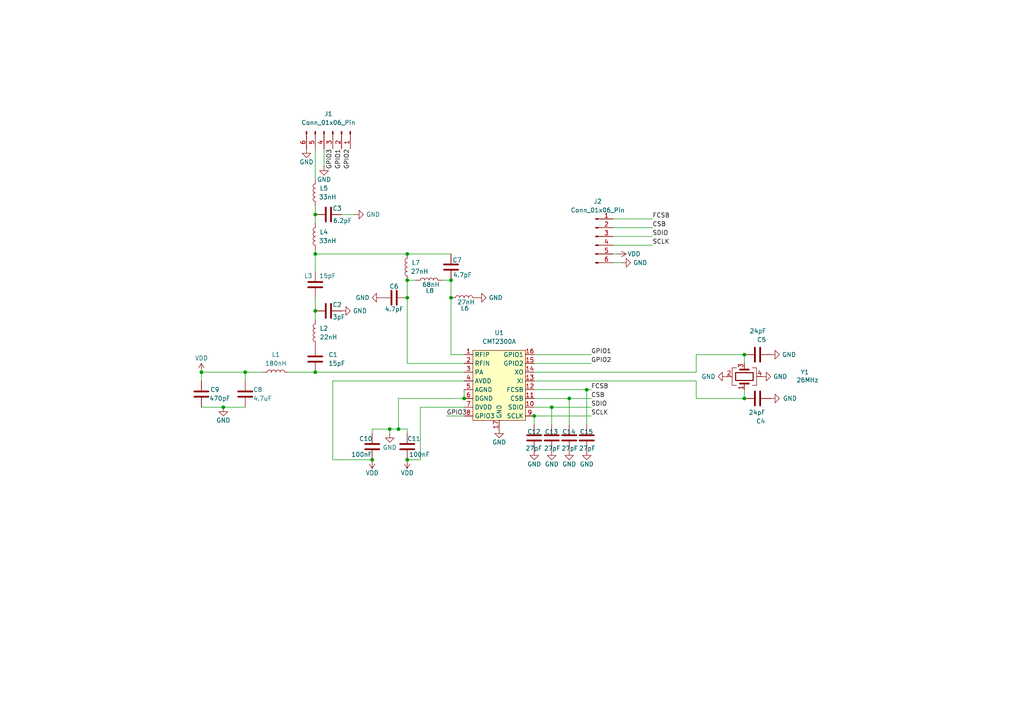
<source format=kicad_sch>
(kicad_sch
	(version 20250114)
	(generator "eeschema")
	(generator_version "9.0")
	(uuid "31faa6bf-e89c-4f99-b2f7-e16b8aa3f13a")
	(paper "A4")
	(lib_symbols
		(symbol "Connector:Conn_01x06_Pin"
			(pin_names
				(offset 1.016)
				(hide yes)
			)
			(exclude_from_sim no)
			(in_bom yes)
			(on_board yes)
			(property "Reference" "J"
				(at 0 7.62 0)
				(effects
					(font
						(size 1.27 1.27)
					)
				)
			)
			(property "Value" "Conn_01x06_Pin"
				(at 0 -10.16 0)
				(effects
					(font
						(size 1.27 1.27)
					)
				)
			)
			(property "Footprint" ""
				(at 0 0 0)
				(effects
					(font
						(size 1.27 1.27)
					)
					(hide yes)
				)
			)
			(property "Datasheet" "~"
				(at 0 0 0)
				(effects
					(font
						(size 1.27 1.27)
					)
					(hide yes)
				)
			)
			(property "Description" "Generic connector, single row, 01x06, script generated"
				(at 0 0 0)
				(effects
					(font
						(size 1.27 1.27)
					)
					(hide yes)
				)
			)
			(property "ki_locked" ""
				(at 0 0 0)
				(effects
					(font
						(size 1.27 1.27)
					)
				)
			)
			(property "ki_keywords" "connector"
				(at 0 0 0)
				(effects
					(font
						(size 1.27 1.27)
					)
					(hide yes)
				)
			)
			(property "ki_fp_filters" "Connector*:*_1x??_*"
				(at 0 0 0)
				(effects
					(font
						(size 1.27 1.27)
					)
					(hide yes)
				)
			)
			(symbol "Conn_01x06_Pin_1_1"
				(rectangle
					(start 0.8636 5.207)
					(end 0 4.953)
					(stroke
						(width 0.1524)
						(type default)
					)
					(fill
						(type outline)
					)
				)
				(rectangle
					(start 0.8636 2.667)
					(end 0 2.413)
					(stroke
						(width 0.1524)
						(type default)
					)
					(fill
						(type outline)
					)
				)
				(rectangle
					(start 0.8636 0.127)
					(end 0 -0.127)
					(stroke
						(width 0.1524)
						(type default)
					)
					(fill
						(type outline)
					)
				)
				(rectangle
					(start 0.8636 -2.413)
					(end 0 -2.667)
					(stroke
						(width 0.1524)
						(type default)
					)
					(fill
						(type outline)
					)
				)
				(rectangle
					(start 0.8636 -4.953)
					(end 0 -5.207)
					(stroke
						(width 0.1524)
						(type default)
					)
					(fill
						(type outline)
					)
				)
				(rectangle
					(start 0.8636 -7.493)
					(end 0 -7.747)
					(stroke
						(width 0.1524)
						(type default)
					)
					(fill
						(type outline)
					)
				)
				(polyline
					(pts
						(xy 1.27 5.08) (xy 0.8636 5.08)
					)
					(stroke
						(width 0.1524)
						(type default)
					)
					(fill
						(type none)
					)
				)
				(polyline
					(pts
						(xy 1.27 2.54) (xy 0.8636 2.54)
					)
					(stroke
						(width 0.1524)
						(type default)
					)
					(fill
						(type none)
					)
				)
				(polyline
					(pts
						(xy 1.27 0) (xy 0.8636 0)
					)
					(stroke
						(width 0.1524)
						(type default)
					)
					(fill
						(type none)
					)
				)
				(polyline
					(pts
						(xy 1.27 -2.54) (xy 0.8636 -2.54)
					)
					(stroke
						(width 0.1524)
						(type default)
					)
					(fill
						(type none)
					)
				)
				(polyline
					(pts
						(xy 1.27 -5.08) (xy 0.8636 -5.08)
					)
					(stroke
						(width 0.1524)
						(type default)
					)
					(fill
						(type none)
					)
				)
				(polyline
					(pts
						(xy 1.27 -7.62) (xy 0.8636 -7.62)
					)
					(stroke
						(width 0.1524)
						(type default)
					)
					(fill
						(type none)
					)
				)
				(pin passive line
					(at 5.08 5.08 180)
					(length 3.81)
					(name "Pin_1"
						(effects
							(font
								(size 1.27 1.27)
							)
						)
					)
					(number "1"
						(effects
							(font
								(size 1.27 1.27)
							)
						)
					)
				)
				(pin passive line
					(at 5.08 2.54 180)
					(length 3.81)
					(name "Pin_2"
						(effects
							(font
								(size 1.27 1.27)
							)
						)
					)
					(number "2"
						(effects
							(font
								(size 1.27 1.27)
							)
						)
					)
				)
				(pin passive line
					(at 5.08 0 180)
					(length 3.81)
					(name "Pin_3"
						(effects
							(font
								(size 1.27 1.27)
							)
						)
					)
					(number "3"
						(effects
							(font
								(size 1.27 1.27)
							)
						)
					)
				)
				(pin passive line
					(at 5.08 -2.54 180)
					(length 3.81)
					(name "Pin_4"
						(effects
							(font
								(size 1.27 1.27)
							)
						)
					)
					(number "4"
						(effects
							(font
								(size 1.27 1.27)
							)
						)
					)
				)
				(pin passive line
					(at 5.08 -5.08 180)
					(length 3.81)
					(name "Pin_5"
						(effects
							(font
								(size 1.27 1.27)
							)
						)
					)
					(number "5"
						(effects
							(font
								(size 1.27 1.27)
							)
						)
					)
				)
				(pin passive line
					(at 5.08 -7.62 180)
					(length 3.81)
					(name "Pin_6"
						(effects
							(font
								(size 1.27 1.27)
							)
						)
					)
					(number "6"
						(effects
							(font
								(size 1.27 1.27)
							)
						)
					)
				)
			)
			(embedded_fonts no)
		)
		(symbol "Device:C"
			(pin_numbers
				(hide yes)
			)
			(pin_names
				(offset 0.254)
			)
			(exclude_from_sim no)
			(in_bom yes)
			(on_board yes)
			(property "Reference" "C"
				(at 0.635 2.54 0)
				(effects
					(font
						(size 1.27 1.27)
					)
					(justify left)
				)
			)
			(property "Value" "C"
				(at 0.635 -2.54 0)
				(effects
					(font
						(size 1.27 1.27)
					)
					(justify left)
				)
			)
			(property "Footprint" ""
				(at 0.9652 -3.81 0)
				(effects
					(font
						(size 1.27 1.27)
					)
					(hide yes)
				)
			)
			(property "Datasheet" "~"
				(at 0 0 0)
				(effects
					(font
						(size 1.27 1.27)
					)
					(hide yes)
				)
			)
			(property "Description" "Unpolarized capacitor"
				(at 0 0 0)
				(effects
					(font
						(size 1.27 1.27)
					)
					(hide yes)
				)
			)
			(property "ki_keywords" "cap capacitor"
				(at 0 0 0)
				(effects
					(font
						(size 1.27 1.27)
					)
					(hide yes)
				)
			)
			(property "ki_fp_filters" "C_*"
				(at 0 0 0)
				(effects
					(font
						(size 1.27 1.27)
					)
					(hide yes)
				)
			)
			(symbol "C_0_1"
				(polyline
					(pts
						(xy -2.032 0.762) (xy 2.032 0.762)
					)
					(stroke
						(width 0.508)
						(type default)
					)
					(fill
						(type none)
					)
				)
				(polyline
					(pts
						(xy -2.032 -0.762) (xy 2.032 -0.762)
					)
					(stroke
						(width 0.508)
						(type default)
					)
					(fill
						(type none)
					)
				)
			)
			(symbol "C_1_1"
				(pin passive line
					(at 0 3.81 270)
					(length 2.794)
					(name "~"
						(effects
							(font
								(size 1.27 1.27)
							)
						)
					)
					(number "1"
						(effects
							(font
								(size 1.27 1.27)
							)
						)
					)
				)
				(pin passive line
					(at 0 -3.81 90)
					(length 2.794)
					(name "~"
						(effects
							(font
								(size 1.27 1.27)
							)
						)
					)
					(number "2"
						(effects
							(font
								(size 1.27 1.27)
							)
						)
					)
				)
			)
			(embedded_fonts no)
		)
		(symbol "Device:Crystal_GND24"
			(pin_names
				(offset 1.016)
				(hide yes)
			)
			(exclude_from_sim no)
			(in_bom yes)
			(on_board yes)
			(property "Reference" "Y"
				(at 3.175 5.08 0)
				(effects
					(font
						(size 1.27 1.27)
					)
					(justify left)
				)
			)
			(property "Value" "Crystal_GND24"
				(at 3.175 3.175 0)
				(effects
					(font
						(size 1.27 1.27)
					)
					(justify left)
				)
			)
			(property "Footprint" ""
				(at 0 0 0)
				(effects
					(font
						(size 1.27 1.27)
					)
					(hide yes)
				)
			)
			(property "Datasheet" "~"
				(at 0 0 0)
				(effects
					(font
						(size 1.27 1.27)
					)
					(hide yes)
				)
			)
			(property "Description" "Four pin crystal, GND on pins 2 and 4"
				(at 0 0 0)
				(effects
					(font
						(size 1.27 1.27)
					)
					(hide yes)
				)
			)
			(property "ki_keywords" "quartz ceramic resonator oscillator"
				(at 0 0 0)
				(effects
					(font
						(size 1.27 1.27)
					)
					(hide yes)
				)
			)
			(property "ki_fp_filters" "Crystal*"
				(at 0 0 0)
				(effects
					(font
						(size 1.27 1.27)
					)
					(hide yes)
				)
			)
			(symbol "Crystal_GND24_0_1"
				(polyline
					(pts
						(xy -2.54 2.286) (xy -2.54 3.556) (xy 2.54 3.556) (xy 2.54 2.286)
					)
					(stroke
						(width 0)
						(type default)
					)
					(fill
						(type none)
					)
				)
				(polyline
					(pts
						(xy -2.54 0) (xy -2.032 0)
					)
					(stroke
						(width 0)
						(type default)
					)
					(fill
						(type none)
					)
				)
				(polyline
					(pts
						(xy -2.54 -2.286) (xy -2.54 -3.556) (xy 2.54 -3.556) (xy 2.54 -2.286)
					)
					(stroke
						(width 0)
						(type default)
					)
					(fill
						(type none)
					)
				)
				(polyline
					(pts
						(xy -2.032 -1.27) (xy -2.032 1.27)
					)
					(stroke
						(width 0.508)
						(type default)
					)
					(fill
						(type none)
					)
				)
				(rectangle
					(start -1.143 2.54)
					(end 1.143 -2.54)
					(stroke
						(width 0.3048)
						(type default)
					)
					(fill
						(type none)
					)
				)
				(polyline
					(pts
						(xy 0 3.556) (xy 0 3.81)
					)
					(stroke
						(width 0)
						(type default)
					)
					(fill
						(type none)
					)
				)
				(polyline
					(pts
						(xy 0 -3.81) (xy 0 -3.556)
					)
					(stroke
						(width 0)
						(type default)
					)
					(fill
						(type none)
					)
				)
				(polyline
					(pts
						(xy 2.032 0) (xy 2.54 0)
					)
					(stroke
						(width 0)
						(type default)
					)
					(fill
						(type none)
					)
				)
				(polyline
					(pts
						(xy 2.032 -1.27) (xy 2.032 1.27)
					)
					(stroke
						(width 0.508)
						(type default)
					)
					(fill
						(type none)
					)
				)
			)
			(symbol "Crystal_GND24_1_1"
				(pin passive line
					(at -3.81 0 0)
					(length 1.27)
					(name "1"
						(effects
							(font
								(size 1.27 1.27)
							)
						)
					)
					(number "1"
						(effects
							(font
								(size 1.27 1.27)
							)
						)
					)
				)
				(pin passive line
					(at 0 5.08 270)
					(length 1.27)
					(name "2"
						(effects
							(font
								(size 1.27 1.27)
							)
						)
					)
					(number "2"
						(effects
							(font
								(size 1.27 1.27)
							)
						)
					)
				)
				(pin passive line
					(at 0 -5.08 90)
					(length 1.27)
					(name "4"
						(effects
							(font
								(size 1.27 1.27)
							)
						)
					)
					(number "4"
						(effects
							(font
								(size 1.27 1.27)
							)
						)
					)
				)
				(pin passive line
					(at 3.81 0 180)
					(length 1.27)
					(name "3"
						(effects
							(font
								(size 1.27 1.27)
							)
						)
					)
					(number "3"
						(effects
							(font
								(size 1.27 1.27)
							)
						)
					)
				)
			)
			(embedded_fonts no)
		)
		(symbol "Device:L"
			(pin_numbers
				(hide yes)
			)
			(pin_names
				(offset 1.016)
				(hide yes)
			)
			(exclude_from_sim no)
			(in_bom yes)
			(on_board yes)
			(property "Reference" "L"
				(at -1.27 0 90)
				(effects
					(font
						(size 1.27 1.27)
					)
				)
			)
			(property "Value" "L"
				(at 1.905 0 90)
				(effects
					(font
						(size 1.27 1.27)
					)
				)
			)
			(property "Footprint" ""
				(at 0 0 0)
				(effects
					(font
						(size 1.27 1.27)
					)
					(hide yes)
				)
			)
			(property "Datasheet" "~"
				(at 0 0 0)
				(effects
					(font
						(size 1.27 1.27)
					)
					(hide yes)
				)
			)
			(property "Description" "Inductor"
				(at 0 0 0)
				(effects
					(font
						(size 1.27 1.27)
					)
					(hide yes)
				)
			)
			(property "ki_keywords" "inductor choke coil reactor magnetic"
				(at 0 0 0)
				(effects
					(font
						(size 1.27 1.27)
					)
					(hide yes)
				)
			)
			(property "ki_fp_filters" "Choke_* *Coil* Inductor_* L_*"
				(at 0 0 0)
				(effects
					(font
						(size 1.27 1.27)
					)
					(hide yes)
				)
			)
			(symbol "L_0_1"
				(arc
					(start 0 2.54)
					(mid 0.6323 1.905)
					(end 0 1.27)
					(stroke
						(width 0)
						(type default)
					)
					(fill
						(type none)
					)
				)
				(arc
					(start 0 1.27)
					(mid 0.6323 0.635)
					(end 0 0)
					(stroke
						(width 0)
						(type default)
					)
					(fill
						(type none)
					)
				)
				(arc
					(start 0 0)
					(mid 0.6323 -0.635)
					(end 0 -1.27)
					(stroke
						(width 0)
						(type default)
					)
					(fill
						(type none)
					)
				)
				(arc
					(start 0 -1.27)
					(mid 0.6323 -1.905)
					(end 0 -2.54)
					(stroke
						(width 0)
						(type default)
					)
					(fill
						(type none)
					)
				)
			)
			(symbol "L_1_1"
				(pin passive line
					(at 0 3.81 270)
					(length 1.27)
					(name "1"
						(effects
							(font
								(size 1.27 1.27)
							)
						)
					)
					(number "1"
						(effects
							(font
								(size 1.27 1.27)
							)
						)
					)
				)
				(pin passive line
					(at 0 -3.81 90)
					(length 1.27)
					(name "2"
						(effects
							(font
								(size 1.27 1.27)
							)
						)
					)
					(number "2"
						(effects
							(font
								(size 1.27 1.27)
							)
						)
					)
				)
			)
			(embedded_fonts no)
		)
		(symbol "Kendi_Sembollerim:CMT2300A"
			(exclude_from_sim no)
			(in_bom yes)
			(on_board yes)
			(property "Reference" "U?"
				(at 0 9.398 0)
				(effects
					(font
						(size 1.27 1.27)
					)
				)
			)
			(property "Value" "CMT2300A"
				(at 0.254 6.858 0)
				(effects
					(font
						(size 1.27 1.27)
					)
				)
			)
			(property "Footprint" "Package_DFN_QFN:QFN-16-1EP_3x3mm_P0.5mm_EP1.7x1.7mm"
				(at 0 -26.416 0)
				(effects
					(font
						(size 1.27 1.27)
					)
					(hide yes)
				)
			)
			(property "Datasheet" ""
				(at -2.54 -1.27 0)
				(effects
					(font
						(size 1.27 1.27)
					)
					(hide yes)
				)
			)
			(property "Description" ""
				(at -2.54 -1.27 0)
				(effects
					(font
						(size 1.27 1.27)
					)
					(hide yes)
				)
			)
			(symbol "CMT2300A_1_1"
				(rectangle
					(start -7.62 5.08)
					(end 7.62 -15.24)
					(stroke
						(width 0)
						(type default)
					)
					(fill
						(type background)
					)
				)
				(pin input line
					(at -10.16 3.81 0)
					(length 2.54)
					(name "RFIP"
						(effects
							(font
								(size 1.27 1.27)
							)
						)
					)
					(number "1"
						(effects
							(font
								(size 1.27 1.27)
							)
						)
					)
				)
				(pin input line
					(at -10.16 1.27 0)
					(length 2.54)
					(name "RFIN"
						(effects
							(font
								(size 1.27 1.27)
							)
						)
					)
					(number "2"
						(effects
							(font
								(size 1.27 1.27)
							)
						)
					)
				)
				(pin output line
					(at -10.16 -1.27 0)
					(length 2.54)
					(name "PA"
						(effects
							(font
								(size 1.27 1.27)
							)
						)
					)
					(number "3"
						(effects
							(font
								(size 1.27 1.27)
							)
						)
					)
				)
				(pin bidirectional line
					(at -10.16 -3.81 0)
					(length 2.54)
					(name "AVDD"
						(effects
							(font
								(size 1.27 1.27)
							)
						)
					)
					(number "4"
						(effects
							(font
								(size 1.27 1.27)
							)
						)
					)
				)
				(pin bidirectional line
					(at -10.16 -6.35 0)
					(length 2.54)
					(name "AGND"
						(effects
							(font
								(size 1.27 1.27)
							)
						)
					)
					(number "5"
						(effects
							(font
								(size 1.27 1.27)
							)
						)
					)
				)
				(pin bidirectional line
					(at -10.16 -8.89 0)
					(length 2.54)
					(name "DGND"
						(effects
							(font
								(size 1.27 1.27)
							)
						)
					)
					(number "6"
						(effects
							(font
								(size 1.27 1.27)
							)
						)
					)
				)
				(pin bidirectional line
					(at -10.16 -11.43 0)
					(length 2.54)
					(name "DVDD"
						(effects
							(font
								(size 1.27 1.27)
							)
						)
					)
					(number "7"
						(effects
							(font
								(size 1.27 1.27)
							)
						)
					)
				)
				(pin bidirectional line
					(at -10.16 -13.97 0)
					(length 2.54)
					(name "GPIO3"
						(effects
							(font
								(size 1.27 1.27)
							)
						)
					)
					(number "8"
						(effects
							(font
								(size 1.27 1.27)
							)
						)
					)
				)
				(pin power_in line
					(at 0 -17.78 90)
					(length 2.54)
					(name "GND"
						(effects
							(font
								(size 1.27 1.27)
							)
						)
					)
					(number "17"
						(effects
							(font
								(size 1.27 1.27)
							)
						)
					)
				)
				(pin bidirectional line
					(at 10.16 3.81 180)
					(length 2.54)
					(name "GPIO1"
						(effects
							(font
								(size 1.27 1.27)
							)
						)
					)
					(number "16"
						(effects
							(font
								(size 1.27 1.27)
							)
						)
					)
				)
				(pin bidirectional line
					(at 10.16 1.27 180)
					(length 2.54)
					(name "GPIO2"
						(effects
							(font
								(size 1.27 1.27)
							)
						)
					)
					(number "15"
						(effects
							(font
								(size 1.27 1.27)
							)
						)
					)
				)
				(pin output line
					(at 10.16 -1.27 180)
					(length 2.54)
					(name "XO"
						(effects
							(font
								(size 1.27 1.27)
							)
						)
					)
					(number "14"
						(effects
							(font
								(size 1.27 1.27)
							)
						)
					)
				)
				(pin input line
					(at 10.16 -3.81 180)
					(length 2.54)
					(name "XI"
						(effects
							(font
								(size 1.27 1.27)
							)
						)
					)
					(number "13"
						(effects
							(font
								(size 1.27 1.27)
							)
						)
					)
				)
				(pin input line
					(at 10.16 -6.35 180)
					(length 2.54)
					(name "FCSB"
						(effects
							(font
								(size 1.27 1.27)
							)
						)
					)
					(number "12"
						(effects
							(font
								(size 1.27 1.27)
							)
						)
					)
				)
				(pin input line
					(at 10.16 -8.89 180)
					(length 2.54)
					(name "CSB"
						(effects
							(font
								(size 1.27 1.27)
							)
						)
					)
					(number "11"
						(effects
							(font
								(size 1.27 1.27)
							)
						)
					)
				)
				(pin bidirectional line
					(at 10.16 -11.43 180)
					(length 2.54)
					(name "SDIO"
						(effects
							(font
								(size 1.27 1.27)
							)
						)
					)
					(number "10"
						(effects
							(font
								(size 1.27 1.27)
							)
						)
					)
				)
				(pin input line
					(at 10.16 -13.97 180)
					(length 2.54)
					(name "SCLK"
						(effects
							(font
								(size 1.27 1.27)
							)
						)
					)
					(number "9"
						(effects
							(font
								(size 1.27 1.27)
							)
						)
					)
				)
			)
			(embedded_fonts no)
		)
		(symbol "power:GND"
			(power)
			(pin_numbers
				(hide yes)
			)
			(pin_names
				(offset 0)
				(hide yes)
			)
			(exclude_from_sim no)
			(in_bom yes)
			(on_board yes)
			(property "Reference" "#PWR"
				(at 0 -6.35 0)
				(effects
					(font
						(size 1.27 1.27)
					)
					(hide yes)
				)
			)
			(property "Value" "GND"
				(at 0 -3.81 0)
				(effects
					(font
						(size 1.27 1.27)
					)
				)
			)
			(property "Footprint" ""
				(at 0 0 0)
				(effects
					(font
						(size 1.27 1.27)
					)
					(hide yes)
				)
			)
			(property "Datasheet" ""
				(at 0 0 0)
				(effects
					(font
						(size 1.27 1.27)
					)
					(hide yes)
				)
			)
			(property "Description" "Power symbol creates a global label with name \"GND\" , ground"
				(at 0 0 0)
				(effects
					(font
						(size 1.27 1.27)
					)
					(hide yes)
				)
			)
			(property "ki_keywords" "global power"
				(at 0 0 0)
				(effects
					(font
						(size 1.27 1.27)
					)
					(hide yes)
				)
			)
			(symbol "GND_0_1"
				(polyline
					(pts
						(xy 0 0) (xy 0 -1.27) (xy 1.27 -1.27) (xy 0 -2.54) (xy -1.27 -1.27) (xy 0 -1.27)
					)
					(stroke
						(width 0)
						(type default)
					)
					(fill
						(type none)
					)
				)
			)
			(symbol "GND_1_1"
				(pin power_in line
					(at 0 0 270)
					(length 0)
					(name "~"
						(effects
							(font
								(size 1.27 1.27)
							)
						)
					)
					(number "1"
						(effects
							(font
								(size 1.27 1.27)
							)
						)
					)
				)
			)
			(embedded_fonts no)
		)
		(symbol "power:VDD"
			(power)
			(pin_numbers
				(hide yes)
			)
			(pin_names
				(offset 0)
				(hide yes)
			)
			(exclude_from_sim no)
			(in_bom yes)
			(on_board yes)
			(property "Reference" "#PWR"
				(at 0 -3.81 0)
				(effects
					(font
						(size 1.27 1.27)
					)
					(hide yes)
				)
			)
			(property "Value" "VDD"
				(at 0 3.556 0)
				(effects
					(font
						(size 1.27 1.27)
					)
				)
			)
			(property "Footprint" ""
				(at 0 0 0)
				(effects
					(font
						(size 1.27 1.27)
					)
					(hide yes)
				)
			)
			(property "Datasheet" ""
				(at 0 0 0)
				(effects
					(font
						(size 1.27 1.27)
					)
					(hide yes)
				)
			)
			(property "Description" "Power symbol creates a global label with name \"VDD\""
				(at 0 0 0)
				(effects
					(font
						(size 1.27 1.27)
					)
					(hide yes)
				)
			)
			(property "ki_keywords" "global power"
				(at 0 0 0)
				(effects
					(font
						(size 1.27 1.27)
					)
					(hide yes)
				)
			)
			(symbol "VDD_0_1"
				(polyline
					(pts
						(xy -0.762 1.27) (xy 0 2.54)
					)
					(stroke
						(width 0)
						(type default)
					)
					(fill
						(type none)
					)
				)
				(polyline
					(pts
						(xy 0 2.54) (xy 0.762 1.27)
					)
					(stroke
						(width 0)
						(type default)
					)
					(fill
						(type none)
					)
				)
				(polyline
					(pts
						(xy 0 0) (xy 0 2.54)
					)
					(stroke
						(width 0)
						(type default)
					)
					(fill
						(type none)
					)
				)
			)
			(symbol "VDD_1_1"
				(pin power_in line
					(at 0 0 90)
					(length 0)
					(name "~"
						(effects
							(font
								(size 1.27 1.27)
							)
						)
					)
					(number "1"
						(effects
							(font
								(size 1.27 1.27)
							)
						)
					)
				)
			)
			(embedded_fonts no)
		)
	)
	(junction
		(at 91.44 73.66)
		(diameter 0)
		(color 0 0 0 0)
		(uuid "1c3b641a-97be-466e-adb4-8fce60c6bfab")
	)
	(junction
		(at 113.03 124.46)
		(diameter 0)
		(color 0 0 0 0)
		(uuid "2714fdc5-b4b0-4c37-bb6a-e814556f41db")
	)
	(junction
		(at 170.18 113.03)
		(diameter 0)
		(color 0 0 0 0)
		(uuid "2b5280f9-b04d-473f-880e-91197c499c17")
	)
	(junction
		(at 58.42 107.95)
		(diameter 0)
		(color 0 0 0 0)
		(uuid "2ed21aa5-ed33-4b10-9cf5-01646cb81733")
	)
	(junction
		(at 118.11 133.35)
		(diameter 0)
		(color 0 0 0 0)
		(uuid "2ffd1306-273c-4685-87f2-a8c4a3856d85")
	)
	(junction
		(at 71.12 107.95)
		(diameter 0)
		(color 0 0 0 0)
		(uuid "43224448-9422-4cff-8ac1-131706c4fd30")
	)
	(junction
		(at 118.11 86.36)
		(diameter 0)
		(color 0 0 0 0)
		(uuid "4ec781dc-5890-49f2-a8f6-9158c28ba276")
	)
	(junction
		(at 91.44 62.23)
		(diameter 0)
		(color 0 0 0 0)
		(uuid "63097bc9-6d16-4093-a0e1-66ce0963bdb3")
	)
	(junction
		(at 115.57 124.46)
		(diameter 0)
		(color 0 0 0 0)
		(uuid "7e3d9a84-881a-48dd-ac2f-fcbbef11725c")
	)
	(junction
		(at 160.02 118.11)
		(diameter 0)
		(color 0 0 0 0)
		(uuid "822e4bcd-931a-4354-a9ef-6c75e3809223")
	)
	(junction
		(at 165.1 115.57)
		(diameter 0)
		(color 0 0 0 0)
		(uuid "874d5f83-a0c0-4729-a027-49c1d253578f")
	)
	(junction
		(at 215.9 115.57)
		(diameter 0)
		(color 0 0 0 0)
		(uuid "8cdf81b6-da10-453b-b9de-5699b112370c")
	)
	(junction
		(at 118.11 81.28)
		(diameter 0)
		(color 0 0 0 0)
		(uuid "97a38b3a-3a76-477e-81cb-af23790117f4")
	)
	(junction
		(at 91.44 90.17)
		(diameter 0)
		(color 0 0 0 0)
		(uuid "97fca81a-b1c2-4e9f-b5b6-7a0c9abbe853")
	)
	(junction
		(at 64.77 118.11)
		(diameter 0)
		(color 0 0 0 0)
		(uuid "a13ecb63-6efc-4472-a269-dfd6645e79c0")
	)
	(junction
		(at 130.81 86.36)
		(diameter 0)
		(color 0 0 0 0)
		(uuid "a36872b7-eeb9-4354-89a1-e04f757035f0")
	)
	(junction
		(at 154.94 120.65)
		(diameter 0)
		(color 0 0 0 0)
		(uuid "b6201c3f-4291-46c3-b8a5-b74a0a3e0fc4")
	)
	(junction
		(at 107.95 133.35)
		(diameter 0)
		(color 0 0 0 0)
		(uuid "bc24eb9b-0659-4465-ae19-57ca598fe2f5")
	)
	(junction
		(at 134.62 115.57)
		(diameter 0)
		(color 0 0 0 0)
		(uuid "c5d8a569-b7ed-461a-a0d4-2120eaa06297")
	)
	(junction
		(at 215.9 102.87)
		(diameter 0)
		(color 0 0 0 0)
		(uuid "dafc3a55-d155-4372-9a12-66c845b45b45")
	)
	(junction
		(at 130.81 81.28)
		(diameter 0)
		(color 0 0 0 0)
		(uuid "dc4bb0c9-693d-4cbe-aa47-710c883b3098")
	)
	(junction
		(at 91.44 107.95)
		(diameter 0)
		(color 0 0 0 0)
		(uuid "f0c3667c-6532-451a-8fa1-a04ae3d02d9d")
	)
	(junction
		(at 118.11 73.66)
		(diameter 0)
		(color 0 0 0 0)
		(uuid "f7de8fdd-c494-4b83-ae3f-308072054249")
	)
	(wire
		(pts
			(xy 118.11 124.46) (xy 115.57 124.46)
		)
		(stroke
			(width 0)
			(type default)
		)
		(uuid "01cad493-5c6e-4a3e-a971-1f52aa25e069")
	)
	(wire
		(pts
			(xy 154.94 110.49) (xy 201.93 110.49)
		)
		(stroke
			(width 0)
			(type default)
		)
		(uuid "0bdb2587-cefb-4dd9-b1c8-57f1e17a0832")
	)
	(wire
		(pts
			(xy 201.93 110.49) (xy 201.93 115.57)
		)
		(stroke
			(width 0)
			(type default)
		)
		(uuid "0f3da04c-fefd-424e-b59d-4673723fd37d")
	)
	(wire
		(pts
			(xy 107.95 124.46) (xy 107.95 125.73)
		)
		(stroke
			(width 0)
			(type default)
		)
		(uuid "136a60b0-e9d5-4682-8507-6e6f9cf7fbfd")
	)
	(wire
		(pts
			(xy 91.44 107.95) (xy 134.62 107.95)
		)
		(stroke
			(width 0)
			(type default)
		)
		(uuid "13d117a8-db7f-4081-b171-4813e059f347")
	)
	(wire
		(pts
			(xy 58.42 110.49) (xy 58.42 107.95)
		)
		(stroke
			(width 0)
			(type default)
		)
		(uuid "1e5a2d0b-1416-456e-aa55-b10865768fa9")
	)
	(wire
		(pts
			(xy 99.06 62.23) (xy 102.87 62.23)
		)
		(stroke
			(width 0)
			(type default)
		)
		(uuid "1e6bf30f-9678-4e34-a2b9-6a2196aef098")
	)
	(wire
		(pts
			(xy 91.44 59.69) (xy 91.44 62.23)
		)
		(stroke
			(width 0)
			(type default)
		)
		(uuid "20d5e7cf-722f-45d4-9109-504ba8b44d34")
	)
	(wire
		(pts
			(xy 215.9 105.41) (xy 215.9 102.87)
		)
		(stroke
			(width 0)
			(type default)
		)
		(uuid "245dfd73-3075-4264-8732-a2d9b415a3de")
	)
	(wire
		(pts
			(xy 115.57 115.57) (xy 134.62 115.57)
		)
		(stroke
			(width 0)
			(type default)
		)
		(uuid "249583b7-74b4-415d-a501-136dcfa325c1")
	)
	(wire
		(pts
			(xy 58.42 107.95) (xy 71.12 107.95)
		)
		(stroke
			(width 0)
			(type default)
		)
		(uuid "24f0e2e1-74c7-4b95-8506-8a38d8f91ab1")
	)
	(wire
		(pts
			(xy 177.8 68.58) (xy 189.23 68.58)
		)
		(stroke
			(width 0)
			(type default)
		)
		(uuid "27413eb2-0f62-4b04-a7b6-b23f693ebe6a")
	)
	(wire
		(pts
			(xy 96.52 110.49) (xy 134.62 110.49)
		)
		(stroke
			(width 0)
			(type default)
		)
		(uuid "295ac4c8-c578-4347-90a0-86d25e2289b6")
	)
	(wire
		(pts
			(xy 170.18 113.03) (xy 171.45 113.03)
		)
		(stroke
			(width 0)
			(type default)
		)
		(uuid "2bbd2a9c-52d0-4e78-9716-c93a6a271c5e")
	)
	(wire
		(pts
			(xy 134.62 113.03) (xy 134.62 115.57)
		)
		(stroke
			(width 0)
			(type default)
		)
		(uuid "322c7e34-f561-49f0-9f02-1b654fe88515")
	)
	(wire
		(pts
			(xy 130.81 86.36) (xy 130.81 81.28)
		)
		(stroke
			(width 0)
			(type default)
		)
		(uuid "347b1fda-a1cf-4c0d-8b0c-964c75c91bbc")
	)
	(wire
		(pts
			(xy 154.94 107.95) (xy 201.93 107.95)
		)
		(stroke
			(width 0)
			(type default)
		)
		(uuid "35b70a8f-bd59-47c9-a7a0-2b9c1dddf592")
	)
	(wire
		(pts
			(xy 91.44 73.66) (xy 118.11 73.66)
		)
		(stroke
			(width 0)
			(type default)
		)
		(uuid "361c9b2d-1a9d-45d2-ada6-68b5b849bdbd")
	)
	(wire
		(pts
			(xy 201.93 107.95) (xy 201.93 102.87)
		)
		(stroke
			(width 0)
			(type default)
		)
		(uuid "36bb23ef-4ac1-4cf9-b13d-4b51265507dd")
	)
	(wire
		(pts
			(xy 91.44 73.66) (xy 91.44 78.74)
		)
		(stroke
			(width 0)
			(type default)
		)
		(uuid "3ac74f12-8227-4ee7-bc09-8f9276f3a5bb")
	)
	(wire
		(pts
			(xy 91.44 90.17) (xy 91.44 92.71)
		)
		(stroke
			(width 0)
			(type default)
		)
		(uuid "3ec0525a-d110-4b03-ac78-ce417310925a")
	)
	(wire
		(pts
			(xy 115.57 115.57) (xy 115.57 124.46)
		)
		(stroke
			(width 0)
			(type default)
		)
		(uuid "42975728-288e-4619-a483-6ec2f7ad3ce2")
	)
	(wire
		(pts
			(xy 171.45 105.41) (xy 154.94 105.41)
		)
		(stroke
			(width 0)
			(type default)
		)
		(uuid "46931f74-969d-45e9-9826-2f1ccf1b808d")
	)
	(wire
		(pts
			(xy 154.94 123.19) (xy 154.94 120.65)
		)
		(stroke
			(width 0)
			(type default)
		)
		(uuid "4cd62df9-c6cd-415a-b686-2ff997a18197")
	)
	(wire
		(pts
			(xy 154.94 120.65) (xy 171.45 120.65)
		)
		(stroke
			(width 0)
			(type default)
		)
		(uuid "51a899ce-37d4-4b14-aea6-934c321787e3")
	)
	(wire
		(pts
			(xy 134.62 102.87) (xy 130.81 102.87)
		)
		(stroke
			(width 0)
			(type default)
		)
		(uuid "5221a70d-efda-4bb1-aaa3-b2c1a843a159")
	)
	(wire
		(pts
			(xy 118.11 105.41) (xy 134.62 105.41)
		)
		(stroke
			(width 0)
			(type default)
		)
		(uuid "55a47eac-999a-4319-b8a4-027e18be0346")
	)
	(wire
		(pts
			(xy 177.8 73.66) (xy 179.07 73.66)
		)
		(stroke
			(width 0)
			(type default)
		)
		(uuid "580da9ae-80a3-4194-b7ad-fdbde2e67b3d")
	)
	(wire
		(pts
			(xy 201.93 115.57) (xy 215.9 115.57)
		)
		(stroke
			(width 0)
			(type default)
		)
		(uuid "59476d2e-b9bb-47fc-aa80-3d1641262b8d")
	)
	(wire
		(pts
			(xy 96.52 133.35) (xy 107.95 133.35)
		)
		(stroke
			(width 0)
			(type default)
		)
		(uuid "5a6a5058-9a58-4ee9-bcba-b2cb4accef33")
	)
	(wire
		(pts
			(xy 129.54 120.65) (xy 134.62 120.65)
		)
		(stroke
			(width 0)
			(type default)
		)
		(uuid "5fba77ce-5536-4b36-a8b9-c1675ee18389")
	)
	(wire
		(pts
			(xy 154.94 115.57) (xy 165.1 115.57)
		)
		(stroke
			(width 0)
			(type default)
		)
		(uuid "631437e7-3e6d-4374-b942-8c7e9202b6f9")
	)
	(wire
		(pts
			(xy 118.11 73.66) (xy 130.81 73.66)
		)
		(stroke
			(width 0)
			(type default)
		)
		(uuid "65bf7d77-89ee-4817-bbb3-1084b67daef8")
	)
	(wire
		(pts
			(xy 58.42 118.11) (xy 64.77 118.11)
		)
		(stroke
			(width 0)
			(type default)
		)
		(uuid "6e42cac0-a27f-40ba-bb55-914afc58b678")
	)
	(wire
		(pts
			(xy 118.11 133.35) (xy 121.92 133.35)
		)
		(stroke
			(width 0)
			(type default)
		)
		(uuid "71f222f4-5ae4-48fb-b8fb-b3e1fd9d79c3")
	)
	(wire
		(pts
			(xy 177.8 63.5) (xy 189.23 63.5)
		)
		(stroke
			(width 0)
			(type default)
		)
		(uuid "7601f5b0-80bd-4316-a23c-64f50d843ac0")
	)
	(wire
		(pts
			(xy 177.8 76.2) (xy 180.34 76.2)
		)
		(stroke
			(width 0)
			(type default)
		)
		(uuid "7d6f309a-bfd7-4189-890a-509c212b2b56")
	)
	(wire
		(pts
			(xy 154.94 118.11) (xy 160.02 118.11)
		)
		(stroke
			(width 0)
			(type default)
		)
		(uuid "850affd2-a820-4a3b-ba2a-195a14dc2061")
	)
	(wire
		(pts
			(xy 113.03 124.46) (xy 115.57 124.46)
		)
		(stroke
			(width 0)
			(type default)
		)
		(uuid "8693e7c0-97b7-4540-bcc6-c799561ac073")
	)
	(wire
		(pts
			(xy 113.03 125.73) (xy 113.03 124.46)
		)
		(stroke
			(width 0)
			(type default)
		)
		(uuid "8842f6e8-c59d-41fa-b768-6e7508dd77f5")
	)
	(wire
		(pts
			(xy 71.12 107.95) (xy 71.12 110.49)
		)
		(stroke
			(width 0)
			(type default)
		)
		(uuid "8f4bf329-a73d-4370-9152-c7c5124ce03b")
	)
	(wire
		(pts
			(xy 171.45 102.87) (xy 154.94 102.87)
		)
		(stroke
			(width 0)
			(type default)
		)
		(uuid "97bc28f7-675d-421c-8c26-9f06fdd9afc3")
	)
	(wire
		(pts
			(xy 177.8 71.12) (xy 189.23 71.12)
		)
		(stroke
			(width 0)
			(type default)
		)
		(uuid "99006c48-b9d2-4e96-a278-be71f87387c0")
	)
	(wire
		(pts
			(xy 118.11 81.28) (xy 120.65 81.28)
		)
		(stroke
			(width 0)
			(type default)
		)
		(uuid "9d302032-e933-4803-bf8c-ddbb3af41cce")
	)
	(wire
		(pts
			(xy 118.11 81.28) (xy 118.11 86.36)
		)
		(stroke
			(width 0)
			(type default)
		)
		(uuid "a03f278c-1952-447e-9e44-1f45c38bc579")
	)
	(wire
		(pts
			(xy 121.92 118.11) (xy 121.92 133.35)
		)
		(stroke
			(width 0)
			(type default)
		)
		(uuid "a773b64c-0327-4de3-be3b-dc1a66eaa65a")
	)
	(wire
		(pts
			(xy 64.77 118.11) (xy 71.12 118.11)
		)
		(stroke
			(width 0)
			(type default)
		)
		(uuid "a8667f05-7448-42c8-b3f3-f2790ba2a5ae")
	)
	(wire
		(pts
			(xy 121.92 118.11) (xy 134.62 118.11)
		)
		(stroke
			(width 0)
			(type default)
		)
		(uuid "b105426b-7ee2-4168-8d7d-703d85dc82f7")
	)
	(wire
		(pts
			(xy 165.1 115.57) (xy 171.45 115.57)
		)
		(stroke
			(width 0)
			(type default)
		)
		(uuid "b25cef8b-81c1-4b20-b4d4-0e67bebf3d2c")
	)
	(wire
		(pts
			(xy 91.44 62.23) (xy 91.44 64.77)
		)
		(stroke
			(width 0)
			(type default)
		)
		(uuid "b393de13-94e0-492d-91cf-8b0abfd7f1be")
	)
	(wire
		(pts
			(xy 128.27 81.28) (xy 130.81 81.28)
		)
		(stroke
			(width 0)
			(type default)
		)
		(uuid "bcfb3e94-797e-4ede-977f-8a7a54607e2f")
	)
	(wire
		(pts
			(xy 154.94 113.03) (xy 170.18 113.03)
		)
		(stroke
			(width 0)
			(type default)
		)
		(uuid "c33a6a25-c2d6-47b1-a2fa-7072259f9d02")
	)
	(wire
		(pts
			(xy 91.44 43.18) (xy 91.44 52.07)
		)
		(stroke
			(width 0)
			(type default)
		)
		(uuid "c3d8199d-0b4b-4ba5-a533-7ba9eb803c17")
	)
	(wire
		(pts
			(xy 91.44 86.36) (xy 91.44 90.17)
		)
		(stroke
			(width 0)
			(type default)
		)
		(uuid "c5c081dc-4d0b-4f6c-bdca-18714d86db06")
	)
	(wire
		(pts
			(xy 160.02 118.11) (xy 160.02 123.19)
		)
		(stroke
			(width 0)
			(type default)
		)
		(uuid "c7b84f80-8eda-43bb-a4c4-63d8f2b3dd50")
	)
	(wire
		(pts
			(xy 118.11 86.36) (xy 118.11 105.41)
		)
		(stroke
			(width 0)
			(type default)
		)
		(uuid "c806941c-23c5-4e2f-8c8e-4d4012c34cf5")
	)
	(wire
		(pts
			(xy 165.1 115.57) (xy 165.1 123.19)
		)
		(stroke
			(width 0)
			(type default)
		)
		(uuid "cb2a5fa5-03ad-41c9-ab1f-6d97478f5ba2")
	)
	(wire
		(pts
			(xy 215.9 113.03) (xy 215.9 115.57)
		)
		(stroke
			(width 0)
			(type default)
		)
		(uuid "cbd7db0f-2305-4977-8ef4-18207b821211")
	)
	(wire
		(pts
			(xy 170.18 113.03) (xy 170.18 123.19)
		)
		(stroke
			(width 0)
			(type default)
		)
		(uuid "cc7653de-6781-4660-aa67-e38b18f4aaa2")
	)
	(wire
		(pts
			(xy 96.52 110.49) (xy 96.52 133.35)
		)
		(stroke
			(width 0)
			(type default)
		)
		(uuid "dae8ec83-2892-46b8-ad04-357d3bb50761")
	)
	(wire
		(pts
			(xy 107.95 124.46) (xy 113.03 124.46)
		)
		(stroke
			(width 0)
			(type default)
		)
		(uuid "de7e1195-b559-4dcc-9e14-475c0e480a11")
	)
	(wire
		(pts
			(xy 83.82 107.95) (xy 91.44 107.95)
		)
		(stroke
			(width 0)
			(type default)
		)
		(uuid "e1212d9e-fc89-49d7-809b-2f454250cc38")
	)
	(wire
		(pts
			(xy 76.2 107.95) (xy 71.12 107.95)
		)
		(stroke
			(width 0)
			(type default)
		)
		(uuid "e18569b9-90ee-479b-b780-b66852b9b651")
	)
	(wire
		(pts
			(xy 130.81 102.87) (xy 130.81 86.36)
		)
		(stroke
			(width 0)
			(type default)
		)
		(uuid "e54718cc-6bd9-4bdf-9f13-ff19054afaaf")
	)
	(wire
		(pts
			(xy 93.98 48.26) (xy 93.98 43.18)
		)
		(stroke
			(width 0)
			(type default)
		)
		(uuid "e61eaa32-7636-4d4c-8b61-db7b76745651")
	)
	(wire
		(pts
			(xy 118.11 125.73) (xy 118.11 124.46)
		)
		(stroke
			(width 0)
			(type default)
		)
		(uuid "eca5b90a-21a8-4030-955d-b7e2d705df74")
	)
	(wire
		(pts
			(xy 177.8 66.04) (xy 189.23 66.04)
		)
		(stroke
			(width 0)
			(type default)
		)
		(uuid "f1f9d943-44c8-4239-90bc-fbcebdfcbcd1")
	)
	(wire
		(pts
			(xy 91.44 72.39) (xy 91.44 73.66)
		)
		(stroke
			(width 0)
			(type default)
		)
		(uuid "f472583e-bc9a-4395-8f4f-8f8203e2622d")
	)
	(wire
		(pts
			(xy 201.93 102.87) (xy 215.9 102.87)
		)
		(stroke
			(width 0)
			(type default)
		)
		(uuid "f8978e15-c9d9-4f77-9972-f480529875e5")
	)
	(wire
		(pts
			(xy 160.02 118.11) (xy 171.45 118.11)
		)
		(stroke
			(width 0)
			(type default)
		)
		(uuid "fecd2646-aa93-4a48-a1a4-f25c0751ac90")
	)
	(label "GPIO3"
		(at 96.52 43.18 270)
		(effects
			(font
				(size 1.27 1.27)
			)
			(justify right bottom)
		)
		(uuid "3f22f389-e08b-4b72-aec3-14f2c6938add")
	)
	(label "FCSB"
		(at 171.45 113.03 0)
		(effects
			(font
				(size 1.27 1.27)
			)
			(justify left bottom)
		)
		(uuid "4f12c066-2c02-464d-8d0c-d1379edfa170")
	)
	(label "CSB"
		(at 189.23 66.04 0)
		(effects
			(font
				(size 1.27 1.27)
			)
			(justify left bottom)
		)
		(uuid "5d54e72c-5c57-4ae8-bf4f-18e523ae9ae2")
	)
	(label "GPIO2"
		(at 171.45 105.41 0)
		(effects
			(font
				(size 1.27 1.27)
			)
			(justify left bottom)
		)
		(uuid "7a72b64b-7b83-4e11-a8ea-b2e5932468ca")
	)
	(label "GPIO3"
		(at 129.54 120.65 0)
		(effects
			(font
				(size 1.27 1.27)
			)
			(justify left bottom)
		)
		(uuid "9487ed67-ad30-4c37-978a-5c39db84585d")
	)
	(label "SDIO"
		(at 171.45 118.11 0)
		(effects
			(font
				(size 1.27 1.27)
			)
			(justify left bottom)
		)
		(uuid "9b788766-c845-47d0-9675-7bdec4759464")
	)
	(label "FCSB"
		(at 189.23 63.5 0)
		(effects
			(font
				(size 1.27 1.27)
			)
			(justify left bottom)
		)
		(uuid "bca5a51b-f69a-480d-97aa-b9f697c11e7f")
	)
	(label "SCLK"
		(at 189.23 71.12 0)
		(effects
			(font
				(size 1.27 1.27)
			)
			(justify left bottom)
		)
		(uuid "c87e896f-ba9d-4bf9-a8b9-e43901080f18")
	)
	(label "GPIO1"
		(at 99.06 43.18 270)
		(effects
			(font
				(size 1.27 1.27)
			)
			(justify right bottom)
		)
		(uuid "d6fab571-7d7c-4f52-b00b-18ba053a1814")
	)
	(label "GPIO2"
		(at 101.6 43.18 270)
		(effects
			(font
				(size 1.27 1.27)
			)
			(justify right bottom)
		)
		(uuid "d80c23f6-d105-4d66-bc90-9c1843c2044e")
	)
	(label "GPIO1"
		(at 171.45 102.87 0)
		(effects
			(font
				(size 1.27 1.27)
			)
			(justify left bottom)
		)
		(uuid "dc659982-0930-4dd5-803c-8a469b263a63")
	)
	(label "SDIO"
		(at 189.23 68.58 0)
		(effects
			(font
				(size 1.27 1.27)
			)
			(justify left bottom)
		)
		(uuid "e3cf0337-9d07-4264-8c31-e43b8a31a648")
	)
	(label "SCLK"
		(at 171.45 120.65 0)
		(effects
			(font
				(size 1.27 1.27)
			)
			(justify left bottom)
		)
		(uuid "f38e955d-80f7-45a8-a8f7-c364a6502e99")
	)
	(label "CSB"
		(at 171.45 115.57 0)
		(effects
			(font
				(size 1.27 1.27)
			)
			(justify left bottom)
		)
		(uuid "f5c831e3-1f2e-4c37-8613-d6ba15c542b3")
	)
	(symbol
		(lib_id "power:GND")
		(at 113.03 125.73 0)
		(unit 1)
		(exclude_from_sim no)
		(in_bom yes)
		(on_board yes)
		(dnp no)
		(uuid "0fec2535-cbf1-40cc-91b9-9ac2c1b9315a")
		(property "Reference" "#PWR09"
			(at 113.03 132.08 0)
			(effects
				(font
					(size 1.27 1.27)
				)
				(hide yes)
			)
		)
		(property "Value" "GND"
			(at 113.03 129.794 0)
			(effects
				(font
					(size 1.27 1.27)
				)
			)
		)
		(property "Footprint" ""
			(at 113.03 125.73 0)
			(effects
				(font
					(size 1.27 1.27)
				)
				(hide yes)
			)
		)
		(property "Datasheet" ""
			(at 113.03 125.73 0)
			(effects
				(font
					(size 1.27 1.27)
				)
				(hide yes)
			)
		)
		(property "Description" "Power symbol creates a global label with name \"GND\" , ground"
			(at 113.03 125.73 0)
			(effects
				(font
					(size 1.27 1.27)
				)
				(hide yes)
			)
		)
		(pin "1"
			(uuid "215133c8-3fdb-4a50-837d-4b3400a8980a")
		)
		(instances
			(project "cmt2300a_rf_v2"
				(path "/31faa6bf-e89c-4f99-b2f7-e16b8aa3f13a"
					(reference "#PWR09")
					(unit 1)
				)
			)
		)
	)
	(symbol
		(lib_id "power:GND")
		(at 138.43 86.36 90)
		(unit 1)
		(exclude_from_sim no)
		(in_bom yes)
		(on_board yes)
		(dnp no)
		(uuid "15a5aac0-a098-4983-93f8-2c5375a48b2f")
		(property "Reference" "#PWR011"
			(at 144.78 86.36 0)
			(effects
				(font
					(size 1.27 1.27)
				)
				(hide yes)
			)
		)
		(property "Value" "GND"
			(at 143.764 86.36 90)
			(effects
				(font
					(size 1.27 1.27)
				)
			)
		)
		(property "Footprint" ""
			(at 138.43 86.36 0)
			(effects
				(font
					(size 1.27 1.27)
				)
				(hide yes)
			)
		)
		(property "Datasheet" ""
			(at 138.43 86.36 0)
			(effects
				(font
					(size 1.27 1.27)
				)
				(hide yes)
			)
		)
		(property "Description" "Power symbol creates a global label with name \"GND\" , ground"
			(at 138.43 86.36 0)
			(effects
				(font
					(size 1.27 1.27)
				)
				(hide yes)
			)
		)
		(pin "1"
			(uuid "5d731862-1d80-499d-a4d2-b84d84402683")
		)
		(instances
			(project "cmt2300a_rf_v2"
				(path "/31faa6bf-e89c-4f99-b2f7-e16b8aa3f13a"
					(reference "#PWR011")
					(unit 1)
				)
			)
		)
	)
	(symbol
		(lib_id "Connector:Conn_01x06_Pin")
		(at 172.72 68.58 0)
		(unit 1)
		(exclude_from_sim no)
		(in_bom yes)
		(on_board yes)
		(dnp no)
		(fields_autoplaced yes)
		(uuid "192b491f-3682-4f9e-8370-d0c7f32951fb")
		(property "Reference" "J2"
			(at 173.355 58.42 0)
			(effects
				(font
					(size 1.27 1.27)
				)
			)
		)
		(property "Value" "Conn_01x06_Pin"
			(at 173.355 60.96 0)
			(effects
				(font
					(size 1.27 1.27)
				)
			)
		)
		(property "Footprint" "Connector_PinHeader_2.54mm:PinHeader_1x06_P2.54mm_Vertical"
			(at 172.72 68.58 0)
			(effects
				(font
					(size 1.27 1.27)
				)
				(hide yes)
			)
		)
		(property "Datasheet" "~"
			(at 172.72 68.58 0)
			(effects
				(font
					(size 1.27 1.27)
				)
				(hide yes)
			)
		)
		(property "Description" "Generic connector, single row, 01x06, script generated"
			(at 172.72 68.58 0)
			(effects
				(font
					(size 1.27 1.27)
				)
				(hide yes)
			)
		)
		(pin "5"
			(uuid "b56c791f-da18-4c64-b898-c3349fa9f8e4")
		)
		(pin "6"
			(uuid "de224243-27ae-46e1-ba82-902d2bb86c40")
		)
		(pin "3"
			(uuid "fa5b8857-27be-448a-af71-3d4f7334c04e")
		)
		(pin "4"
			(uuid "203bd3c5-3406-4a12-9006-ce18092cbfe0")
		)
		(pin "1"
			(uuid "ee258626-0bb2-46d6-8275-5fb6de7430fb")
		)
		(pin "2"
			(uuid "1ecb0bca-b692-486d-9521-f095ed62e757")
		)
		(instances
			(project "cmt2300a_rf_v2"
				(path "/31faa6bf-e89c-4f99-b2f7-e16b8aa3f13a"
					(reference "J2")
					(unit 1)
				)
			)
		)
	)
	(symbol
		(lib_id "power:VDD")
		(at 107.95 133.35 180)
		(unit 1)
		(exclude_from_sim no)
		(in_bom yes)
		(on_board yes)
		(dnp no)
		(uuid "2ce6a406-9c19-417e-b445-1099889bd7b3")
		(property "Reference" "#PWR07"
			(at 107.95 129.54 0)
			(effects
				(font
					(size 1.27 1.27)
				)
				(hide yes)
			)
		)
		(property "Value" "VDD"
			(at 107.95 137.16 0)
			(effects
				(font
					(size 1.27 1.27)
				)
			)
		)
		(property "Footprint" ""
			(at 107.95 133.35 0)
			(effects
				(font
					(size 1.27 1.27)
				)
				(hide yes)
			)
		)
		(property "Datasheet" ""
			(at 107.95 133.35 0)
			(effects
				(font
					(size 1.27 1.27)
				)
				(hide yes)
			)
		)
		(property "Description" "Power symbol creates a global label with name \"VDD\""
			(at 107.95 133.35 0)
			(effects
				(font
					(size 1.27 1.27)
				)
				(hide yes)
			)
		)
		(pin "1"
			(uuid "7ecf26b2-db52-4e0b-9486-2150d3b726ae")
		)
		(instances
			(project "cmt2300a_rf_v2"
				(path "/31faa6bf-e89c-4f99-b2f7-e16b8aa3f13a"
					(reference "#PWR07")
					(unit 1)
				)
			)
		)
	)
	(symbol
		(lib_id "Device:C")
		(at 95.25 90.17 90)
		(unit 1)
		(exclude_from_sim no)
		(in_bom yes)
		(on_board yes)
		(dnp no)
		(uuid "2f017b6a-f09b-4873-b148-c0b77e1b5d22")
		(property "Reference" "C2"
			(at 97.79 88.392 90)
			(effects
				(font
					(size 1.27 1.27)
				)
			)
		)
		(property "Value" "3pF"
			(at 98.298 91.948 90)
			(effects
				(font
					(size 1.27 1.27)
				)
			)
		)
		(property "Footprint" "Kendi_Yaptiklarim:C_0603_HandSolder"
			(at 99.06 89.2048 0)
			(effects
				(font
					(size 1.27 1.27)
				)
				(hide yes)
			)
		)
		(property "Datasheet" "~"
			(at 95.25 90.17 0)
			(effects
				(font
					(size 1.27 1.27)
				)
				(hide yes)
			)
		)
		(property "Description" "Unpolarized capacitor"
			(at 95.25 90.17 0)
			(effects
				(font
					(size 1.27 1.27)
				)
				(hide yes)
			)
		)
		(pin "1"
			(uuid "af2a0ade-269e-4647-972f-dc9b41af5e32")
		)
		(pin "2"
			(uuid "2866f950-ae06-4a6c-b068-2b855a51c0cb")
		)
		(instances
			(project "cmt2300a_rf_v2"
				(path "/31faa6bf-e89c-4f99-b2f7-e16b8aa3f13a"
					(reference "C2")
					(unit 1)
				)
			)
		)
	)
	(symbol
		(lib_id "power:GND")
		(at 165.1 130.81 0)
		(unit 1)
		(exclude_from_sim no)
		(in_bom yes)
		(on_board yes)
		(dnp no)
		(uuid "2f4a7c5b-3611-4442-bd4a-bb640faf8865")
		(property "Reference" "#PWR015"
			(at 165.1 137.16 0)
			(effects
				(font
					(size 1.27 1.27)
				)
				(hide yes)
			)
		)
		(property "Value" "GND"
			(at 165.1 134.62 0)
			(effects
				(font
					(size 1.27 1.27)
				)
			)
		)
		(property "Footprint" ""
			(at 165.1 130.81 0)
			(effects
				(font
					(size 1.27 1.27)
				)
				(hide yes)
			)
		)
		(property "Datasheet" ""
			(at 165.1 130.81 0)
			(effects
				(font
					(size 1.27 1.27)
				)
				(hide yes)
			)
		)
		(property "Description" "Power symbol creates a global label with name \"GND\" , ground"
			(at 165.1 130.81 0)
			(effects
				(font
					(size 1.27 1.27)
				)
				(hide yes)
			)
		)
		(pin "1"
			(uuid "9be51dc1-929f-49bd-a88b-d70fc1e5050a")
		)
		(instances
			(project "cmt2300a_rf_v2"
				(path "/31faa6bf-e89c-4f99-b2f7-e16b8aa3f13a"
					(reference "#PWR015")
					(unit 1)
				)
			)
		)
	)
	(symbol
		(lib_id "power:GND")
		(at 110.49 86.36 270)
		(unit 1)
		(exclude_from_sim no)
		(in_bom yes)
		(on_board yes)
		(dnp no)
		(uuid "3bf4ed35-f59a-4ed9-adec-08cecc20bbb4")
		(property "Reference" "#PWR08"
			(at 104.14 86.36 0)
			(effects
				(font
					(size 1.27 1.27)
				)
				(hide yes)
			)
		)
		(property "Value" "GND"
			(at 105.156 86.36 90)
			(effects
				(font
					(size 1.27 1.27)
				)
			)
		)
		(property "Footprint" ""
			(at 110.49 86.36 0)
			(effects
				(font
					(size 1.27 1.27)
				)
				(hide yes)
			)
		)
		(property "Datasheet" ""
			(at 110.49 86.36 0)
			(effects
				(font
					(size 1.27 1.27)
				)
				(hide yes)
			)
		)
		(property "Description" "Power symbol creates a global label with name \"GND\" , ground"
			(at 110.49 86.36 0)
			(effects
				(font
					(size 1.27 1.27)
				)
				(hide yes)
			)
		)
		(pin "1"
			(uuid "c421eb66-92a3-4559-af49-a6aa5327b663")
		)
		(instances
			(project "cmt2300a_rf_v2"
				(path "/31faa6bf-e89c-4f99-b2f7-e16b8aa3f13a"
					(reference "#PWR08")
					(unit 1)
				)
			)
		)
	)
	(symbol
		(lib_id "Device:L")
		(at 118.11 77.47 180)
		(unit 1)
		(exclude_from_sim no)
		(in_bom yes)
		(on_board yes)
		(dnp no)
		(uuid "3dc6d90a-342e-4bfc-ae53-a5e6e03d87fd")
		(property "Reference" "L7"
			(at 119.38 76.1999 0)
			(effects
				(font
					(size 1.27 1.27)
				)
				(justify right)
			)
		)
		(property "Value" "27nH"
			(at 119.126 78.74 0)
			(effects
				(font
					(size 1.27 1.27)
				)
				(justify right)
			)
		)
		(property "Footprint" "Kendi_Yaptiklarim:L_0603_HandSolder"
			(at 118.11 77.47 0)
			(effects
				(font
					(size 1.27 1.27)
				)
				(hide yes)
			)
		)
		(property "Datasheet" "~"
			(at 118.11 77.47 0)
			(effects
				(font
					(size 1.27 1.27)
				)
				(hide yes)
			)
		)
		(property "Description" "Inductor"
			(at 118.11 77.47 0)
			(effects
				(font
					(size 1.27 1.27)
				)
				(hide yes)
			)
		)
		(pin "1"
			(uuid "9399210f-6a10-4827-8673-f129d4c8d377")
		)
		(pin "2"
			(uuid "04908ba9-74d3-49fd-b115-f2f30ee7d5a2")
		)
		(instances
			(project "cmt2300a_rf_v2"
				(path "/31faa6bf-e89c-4f99-b2f7-e16b8aa3f13a"
					(reference "L7")
					(unit 1)
				)
			)
		)
	)
	(symbol
		(lib_id "power:GND")
		(at 223.52 102.87 90)
		(unit 1)
		(exclude_from_sim no)
		(in_bom yes)
		(on_board yes)
		(dnp no)
		(uuid "3e67cf28-8674-4b80-b36c-e4af1402b042")
		(property "Reference" "#PWR021"
			(at 229.87 102.87 0)
			(effects
				(font
					(size 1.27 1.27)
				)
				(hide yes)
			)
		)
		(property "Value" "GND"
			(at 228.854 102.87 90)
			(effects
				(font
					(size 1.27 1.27)
				)
			)
		)
		(property "Footprint" ""
			(at 223.52 102.87 0)
			(effects
				(font
					(size 1.27 1.27)
				)
				(hide yes)
			)
		)
		(property "Datasheet" ""
			(at 223.52 102.87 0)
			(effects
				(font
					(size 1.27 1.27)
				)
				(hide yes)
			)
		)
		(property "Description" "Power symbol creates a global label with name \"GND\" , ground"
			(at 223.52 102.87 0)
			(effects
				(font
					(size 1.27 1.27)
				)
				(hide yes)
			)
		)
		(pin "1"
			(uuid "4b2e4844-7902-46bf-85d8-d3c624588208")
		)
		(instances
			(project "cmt2300a_rf_v2"
				(path "/31faa6bf-e89c-4f99-b2f7-e16b8aa3f13a"
					(reference "#PWR021")
					(unit 1)
				)
			)
		)
	)
	(symbol
		(lib_id "Device:C")
		(at 219.71 102.87 90)
		(unit 1)
		(exclude_from_sim no)
		(in_bom yes)
		(on_board yes)
		(dnp no)
		(uuid "3fa0e68b-c3e8-4e9d-920f-875f2ac1116f")
		(property "Reference" "C5"
			(at 222.25 98.552 90)
			(effects
				(font
					(size 1.27 1.27)
				)
				(justify left)
			)
		)
		(property "Value" "24pF"
			(at 222.25 96.012 90)
			(effects
				(font
					(size 1.27 1.27)
				)
				(justify left)
			)
		)
		(property "Footprint" "Kendi_Yaptiklarim:C_0603_HandSolder"
			(at 223.52 101.9048 0)
			(effects
				(font
					(size 1.27 1.27)
				)
				(hide yes)
			)
		)
		(property "Datasheet" "~"
			(at 219.71 102.87 0)
			(effects
				(font
					(size 1.27 1.27)
				)
				(hide yes)
			)
		)
		(property "Description" "Unpolarized capacitor"
			(at 219.71 102.87 0)
			(effects
				(font
					(size 1.27 1.27)
				)
				(hide yes)
			)
		)
		(pin "1"
			(uuid "21f0c2c2-6daf-4a77-aa50-ca6f8d684aa5")
		)
		(pin "2"
			(uuid "536cb123-a287-4d35-8ef2-395f819dde88")
		)
		(instances
			(project "cmt2300a_rf_v2"
				(path "/31faa6bf-e89c-4f99-b2f7-e16b8aa3f13a"
					(reference "C5")
					(unit 1)
				)
			)
		)
	)
	(symbol
		(lib_id "Device:L")
		(at 124.46 81.28 90)
		(unit 1)
		(exclude_from_sim no)
		(in_bom yes)
		(on_board yes)
		(dnp no)
		(uuid "460d4e70-ccb9-4b56-b8c8-e82a6bea7723")
		(property "Reference" "L8"
			(at 123.444 84.328 90)
			(effects
				(font
					(size 1.27 1.27)
				)
				(justify right)
			)
		)
		(property "Value" "68nH"
			(at 122.428 82.55 90)
			(effects
				(font
					(size 1.27 1.27)
				)
				(justify right)
			)
		)
		(property "Footprint" "Kendi_Yaptiklarim:L_0603_HandSolder"
			(at 124.46 81.28 0)
			(effects
				(font
					(size 1.27 1.27)
				)
				(hide yes)
			)
		)
		(property "Datasheet" "~"
			(at 124.46 81.28 0)
			(effects
				(font
					(size 1.27 1.27)
				)
				(hide yes)
			)
		)
		(property "Description" "Inductor"
			(at 124.46 81.28 0)
			(effects
				(font
					(size 1.27 1.27)
				)
				(hide yes)
			)
		)
		(pin "1"
			(uuid "ed442e7d-afb0-40cd-85c5-8f6a00354e70")
		)
		(pin "2"
			(uuid "176b9b2d-9389-4c10-b75b-84b6095657b5")
		)
		(instances
			(project "cmt2300a_rf_v2"
				(path "/31faa6bf-e89c-4f99-b2f7-e16b8aa3f13a"
					(reference "L8")
					(unit 1)
				)
			)
		)
	)
	(symbol
		(lib_id "power:GND")
		(at 102.87 62.23 90)
		(unit 1)
		(exclude_from_sim no)
		(in_bom yes)
		(on_board yes)
		(dnp no)
		(uuid "4a975aa7-84d5-4a68-b1fc-84262723c18b")
		(property "Reference" "#PWR06"
			(at 109.22 62.23 0)
			(effects
				(font
					(size 1.27 1.27)
				)
				(hide yes)
			)
		)
		(property "Value" "GND"
			(at 108.204 62.23 90)
			(effects
				(font
					(size 1.27 1.27)
				)
			)
		)
		(property "Footprint" ""
			(at 102.87 62.23 0)
			(effects
				(font
					(size 1.27 1.27)
				)
				(hide yes)
			)
		)
		(property "Datasheet" ""
			(at 102.87 62.23 0)
			(effects
				(font
					(size 1.27 1.27)
				)
				(hide yes)
			)
		)
		(property "Description" "Power symbol creates a global label with name \"GND\" , ground"
			(at 102.87 62.23 0)
			(effects
				(font
					(size 1.27 1.27)
				)
				(hide yes)
			)
		)
		(pin "1"
			(uuid "b1526c2b-87b4-45c4-abdc-9e811f360c78")
		)
		(instances
			(project "cmt2300a_rf_v2"
				(path "/31faa6bf-e89c-4f99-b2f7-e16b8aa3f13a"
					(reference "#PWR06")
					(unit 1)
				)
			)
		)
	)
	(symbol
		(lib_id "Device:C")
		(at 71.12 114.3 0)
		(unit 1)
		(exclude_from_sim no)
		(in_bom yes)
		(on_board yes)
		(dnp no)
		(uuid "4b693ca4-977c-49ed-b682-32fd074aa77d")
		(property "Reference" "C8"
			(at 73.406 113.03 0)
			(effects
				(font
					(size 1.27 1.27)
				)
				(justify left)
			)
		)
		(property "Value" "4.7uF"
			(at 73.406 115.57 0)
			(effects
				(font
					(size 1.27 1.27)
				)
				(justify left)
			)
		)
		(property "Footprint" "Kendi_Yaptiklarim:C_0603_HandSolder"
			(at 72.0852 118.11 0)
			(effects
				(font
					(size 1.27 1.27)
				)
				(hide yes)
			)
		)
		(property "Datasheet" "~"
			(at 71.12 114.3 0)
			(effects
				(font
					(size 1.27 1.27)
				)
				(hide yes)
			)
		)
		(property "Description" "Unpolarized capacitor"
			(at 71.12 114.3 0)
			(effects
				(font
					(size 1.27 1.27)
				)
				(hide yes)
			)
		)
		(pin "1"
			(uuid "67c8fd11-aafe-450b-86a1-64d9c4e7b377")
		)
		(pin "2"
			(uuid "423ac3b3-2a73-43b6-b28b-68b2d53639da")
		)
		(instances
			(project "cmt2300a_rf_v2"
				(path "/31faa6bf-e89c-4f99-b2f7-e16b8aa3f13a"
					(reference "C8")
					(unit 1)
				)
			)
		)
	)
	(symbol
		(lib_id "power:GND")
		(at 154.94 130.81 0)
		(unit 1)
		(exclude_from_sim no)
		(in_bom yes)
		(on_board yes)
		(dnp no)
		(uuid "4b899355-279e-400a-9745-087bd30ef213")
		(property "Reference" "#PWR013"
			(at 154.94 137.16 0)
			(effects
				(font
					(size 1.27 1.27)
				)
				(hide yes)
			)
		)
		(property "Value" "GND"
			(at 154.94 134.62 0)
			(effects
				(font
					(size 1.27 1.27)
				)
			)
		)
		(property "Footprint" ""
			(at 154.94 130.81 0)
			(effects
				(font
					(size 1.27 1.27)
				)
				(hide yes)
			)
		)
		(property "Datasheet" ""
			(at 154.94 130.81 0)
			(effects
				(font
					(size 1.27 1.27)
				)
				(hide yes)
			)
		)
		(property "Description" "Power symbol creates a global label with name \"GND\" , ground"
			(at 154.94 130.81 0)
			(effects
				(font
					(size 1.27 1.27)
				)
				(hide yes)
			)
		)
		(pin "1"
			(uuid "28e5bd31-ca8c-4c22-8d7a-122140e4c38a")
		)
		(instances
			(project "cmt2300a_rf_v2"
				(path "/31faa6bf-e89c-4f99-b2f7-e16b8aa3f13a"
					(reference "#PWR013")
					(unit 1)
				)
			)
		)
	)
	(symbol
		(lib_id "power:VDD")
		(at 58.42 107.95 0)
		(unit 1)
		(exclude_from_sim no)
		(in_bom yes)
		(on_board yes)
		(dnp no)
		(uuid "4f7de5c0-6499-4a27-b99f-89ac81a78235")
		(property "Reference" "#PWR01"
			(at 58.42 111.76 0)
			(effects
				(font
					(size 1.27 1.27)
				)
				(hide yes)
			)
		)
		(property "Value" "VDD"
			(at 58.42 103.886 0)
			(effects
				(font
					(size 1.27 1.27)
				)
			)
		)
		(property "Footprint" ""
			(at 58.42 107.95 0)
			(effects
				(font
					(size 1.27 1.27)
				)
				(hide yes)
			)
		)
		(property "Datasheet" ""
			(at 58.42 107.95 0)
			(effects
				(font
					(size 1.27 1.27)
				)
				(hide yes)
			)
		)
		(property "Description" "Power symbol creates a global label with name \"VDD\""
			(at 58.42 107.95 0)
			(effects
				(font
					(size 1.27 1.27)
				)
				(hide yes)
			)
		)
		(pin "1"
			(uuid "0dfd448d-9111-471a-8a50-18cb93475fce")
		)
		(instances
			(project "cmt2300a_rf_v2"
				(path "/31faa6bf-e89c-4f99-b2f7-e16b8aa3f13a"
					(reference "#PWR01")
					(unit 1)
				)
			)
		)
	)
	(symbol
		(lib_id "power:GND")
		(at 93.98 48.26 0)
		(unit 1)
		(exclude_from_sim no)
		(in_bom yes)
		(on_board yes)
		(dnp no)
		(uuid "521a7cba-2628-4ead-89ca-7230301a591c")
		(property "Reference" "#PWR04"
			(at 93.98 54.61 0)
			(effects
				(font
					(size 1.27 1.27)
				)
				(hide yes)
			)
		)
		(property "Value" "GND"
			(at 93.98 52.07 0)
			(effects
				(font
					(size 1.27 1.27)
				)
			)
		)
		(property "Footprint" ""
			(at 93.98 48.26 0)
			(effects
				(font
					(size 1.27 1.27)
				)
				(hide yes)
			)
		)
		(property "Datasheet" ""
			(at 93.98 48.26 0)
			(effects
				(font
					(size 1.27 1.27)
				)
				(hide yes)
			)
		)
		(property "Description" "Power symbol creates a global label with name \"GND\" , ground"
			(at 93.98 48.26 0)
			(effects
				(font
					(size 1.27 1.27)
				)
				(hide yes)
			)
		)
		(pin "1"
			(uuid "59667e87-af9d-43fb-ac45-910415bf7217")
		)
		(instances
			(project "cmt2300a_rf_v2"
				(path "/31faa6bf-e89c-4f99-b2f7-e16b8aa3f13a"
					(reference "#PWR04")
					(unit 1)
				)
			)
		)
	)
	(symbol
		(lib_id "power:GND")
		(at 64.77 118.11 0)
		(unit 1)
		(exclude_from_sim no)
		(in_bom yes)
		(on_board yes)
		(dnp no)
		(uuid "54fcdea8-51a4-44e3-9295-4a52f6631a32")
		(property "Reference" "#PWR02"
			(at 64.77 124.46 0)
			(effects
				(font
					(size 1.27 1.27)
				)
				(hide yes)
			)
		)
		(property "Value" "GND"
			(at 64.77 121.92 0)
			(effects
				(font
					(size 1.27 1.27)
				)
			)
		)
		(property "Footprint" ""
			(at 64.77 118.11 0)
			(effects
				(font
					(size 1.27 1.27)
				)
				(hide yes)
			)
		)
		(property "Datasheet" ""
			(at 64.77 118.11 0)
			(effects
				(font
					(size 1.27 1.27)
				)
				(hide yes)
			)
		)
		(property "Description" "Power symbol creates a global label with name \"GND\" , ground"
			(at 64.77 118.11 0)
			(effects
				(font
					(size 1.27 1.27)
				)
				(hide yes)
			)
		)
		(pin "1"
			(uuid "7b04053f-c9fb-4a85-a04e-66fda980e0a0")
		)
		(instances
			(project "cmt2300a_rf_v2"
				(path "/31faa6bf-e89c-4f99-b2f7-e16b8aa3f13a"
					(reference "#PWR02")
					(unit 1)
				)
			)
		)
	)
	(symbol
		(lib_id "power:GND")
		(at 144.78 124.46 0)
		(unit 1)
		(exclude_from_sim no)
		(in_bom yes)
		(on_board yes)
		(dnp no)
		(uuid "58075c25-aa31-4226-ba08-3e8a0cdc5d8b")
		(property "Reference" "#PWR012"
			(at 144.78 130.81 0)
			(effects
				(font
					(size 1.27 1.27)
				)
				(hide yes)
			)
		)
		(property "Value" "GND"
			(at 144.78 128.27 0)
			(effects
				(font
					(size 1.27 1.27)
				)
			)
		)
		(property "Footprint" ""
			(at 144.78 124.46 0)
			(effects
				(font
					(size 1.27 1.27)
				)
				(hide yes)
			)
		)
		(property "Datasheet" ""
			(at 144.78 124.46 0)
			(effects
				(font
					(size 1.27 1.27)
				)
				(hide yes)
			)
		)
		(property "Description" "Power symbol creates a global label with name \"GND\" , ground"
			(at 144.78 124.46 0)
			(effects
				(font
					(size 1.27 1.27)
				)
				(hide yes)
			)
		)
		(pin "1"
			(uuid "d0aafeb7-86de-4096-96e7-df21e508ffd0")
		)
		(instances
			(project "cmt2300a_rf_v2"
				(path "/31faa6bf-e89c-4f99-b2f7-e16b8aa3f13a"
					(reference "#PWR012")
					(unit 1)
				)
			)
		)
	)
	(symbol
		(lib_id "Device:L")
		(at 80.01 107.95 90)
		(unit 1)
		(exclude_from_sim no)
		(in_bom yes)
		(on_board yes)
		(dnp no)
		(fields_autoplaced yes)
		(uuid "606f449a-6a8a-451c-89bc-f2eba80f49f8")
		(property "Reference" "L1"
			(at 80.01 102.87 90)
			(effects
				(font
					(size 1.27 1.27)
				)
			)
		)
		(property "Value" "180nH"
			(at 80.01 105.41 90)
			(effects
				(font
					(size 1.27 1.27)
				)
			)
		)
		(property "Footprint" "Kendi_Yaptiklarim:L_0603_HandSolder"
			(at 80.01 107.95 0)
			(effects
				(font
					(size 1.27 1.27)
				)
				(hide yes)
			)
		)
		(property "Datasheet" "~"
			(at 80.01 107.95 0)
			(effects
				(font
					(size 1.27 1.27)
				)
				(hide yes)
			)
		)
		(property "Description" "Inductor"
			(at 80.01 107.95 0)
			(effects
				(font
					(size 1.27 1.27)
				)
				(hide yes)
			)
		)
		(pin "1"
			(uuid "ad2632e7-cb95-404a-bd9e-567a87a85ede")
		)
		(pin "2"
			(uuid "55acbcac-68ca-40c1-b683-9627be8fb090")
		)
		(instances
			(project "cmt2300a_rf_v2"
				(path "/31faa6bf-e89c-4f99-b2f7-e16b8aa3f13a"
					(reference "L1")
					(unit 1)
				)
			)
		)
	)
	(symbol
		(lib_id "power:GND")
		(at 220.98 109.22 90)
		(unit 1)
		(exclude_from_sim no)
		(in_bom yes)
		(on_board yes)
		(dnp no)
		(uuid "622c2e05-56b2-4e77-ab0f-537ad2046738")
		(property "Reference" "#PWR020"
			(at 227.33 109.22 0)
			(effects
				(font
					(size 1.27 1.27)
				)
				(hide yes)
			)
		)
		(property "Value" "GND"
			(at 226.314 109.22 90)
			(effects
				(font
					(size 1.27 1.27)
				)
			)
		)
		(property "Footprint" ""
			(at 220.98 109.22 0)
			(effects
				(font
					(size 1.27 1.27)
				)
				(hide yes)
			)
		)
		(property "Datasheet" ""
			(at 220.98 109.22 0)
			(effects
				(font
					(size 1.27 1.27)
				)
				(hide yes)
			)
		)
		(property "Description" "Power symbol creates a global label with name \"GND\" , ground"
			(at 220.98 109.22 0)
			(effects
				(font
					(size 1.27 1.27)
				)
				(hide yes)
			)
		)
		(pin "1"
			(uuid "ba0c145a-73f4-4ca2-a339-b71a15e8ef79")
		)
		(instances
			(project "cmt2300a_rf_v2"
				(path "/31faa6bf-e89c-4f99-b2f7-e16b8aa3f13a"
					(reference "#PWR020")
					(unit 1)
				)
			)
		)
	)
	(symbol
		(lib_id "Device:L")
		(at 91.44 68.58 180)
		(unit 1)
		(exclude_from_sim no)
		(in_bom yes)
		(on_board yes)
		(dnp no)
		(uuid "68090992-cb5f-4997-a697-795b136910fc")
		(property "Reference" "L4"
			(at 92.71 67.3099 0)
			(effects
				(font
					(size 1.27 1.27)
				)
				(justify right)
			)
		)
		(property "Value" "33nH"
			(at 92.456 69.85 0)
			(effects
				(font
					(size 1.27 1.27)
				)
				(justify right)
			)
		)
		(property "Footprint" "Kendi_Yaptiklarim:L_0603_HandSolder"
			(at 91.44 68.58 0)
			(effects
				(font
					(size 1.27 1.27)
				)
				(hide yes)
			)
		)
		(property "Datasheet" "~"
			(at 91.44 68.58 0)
			(effects
				(font
					(size 1.27 1.27)
				)
				(hide yes)
			)
		)
		(property "Description" "Inductor"
			(at 91.44 68.58 0)
			(effects
				(font
					(size 1.27 1.27)
				)
				(hide yes)
			)
		)
		(pin "1"
			(uuid "9bca062f-b76b-4d7f-9295-ea1fb2c1606a")
		)
		(pin "2"
			(uuid "a62cb966-45f9-4704-ac9c-bb95d7657052")
		)
		(instances
			(project "cmt2300a_rf_v2"
				(path "/31faa6bf-e89c-4f99-b2f7-e16b8aa3f13a"
					(reference "L4")
					(unit 1)
				)
			)
		)
	)
	(symbol
		(lib_id "Device:L")
		(at 91.44 96.52 180)
		(unit 1)
		(exclude_from_sim no)
		(in_bom yes)
		(on_board yes)
		(dnp no)
		(fields_autoplaced yes)
		(uuid "7728b7cf-823f-49f1-b54f-db619a213c25")
		(property "Reference" "L2"
			(at 92.71 95.2499 0)
			(effects
				(font
					(size 1.27 1.27)
				)
				(justify right)
			)
		)
		(property "Value" "22nH"
			(at 92.71 97.7899 0)
			(effects
				(font
					(size 1.27 1.27)
				)
				(justify right)
			)
		)
		(property "Footprint" "Kendi_Yaptiklarim:L_0603_HandSolder"
			(at 91.44 96.52 0)
			(effects
				(font
					(size 1.27 1.27)
				)
				(hide yes)
			)
		)
		(property "Datasheet" "~"
			(at 91.44 96.52 0)
			(effects
				(font
					(size 1.27 1.27)
				)
				(hide yes)
			)
		)
		(property "Description" "Inductor"
			(at 91.44 96.52 0)
			(effects
				(font
					(size 1.27 1.27)
				)
				(hide yes)
			)
		)
		(pin "1"
			(uuid "06a89a9f-a4cc-4b5b-a80a-960b03c3e590")
		)
		(pin "2"
			(uuid "210dae64-08ed-48fa-b5da-8312e2539762")
		)
		(instances
			(project "cmt2300a_rf_v2"
				(path "/31faa6bf-e89c-4f99-b2f7-e16b8aa3f13a"
					(reference "L2")
					(unit 1)
				)
			)
		)
	)
	(symbol
		(lib_id "power:GND")
		(at 170.18 130.81 0)
		(unit 1)
		(exclude_from_sim no)
		(in_bom yes)
		(on_board yes)
		(dnp no)
		(uuid "8682973d-4708-4ea0-a78f-2a42aeacb93b")
		(property "Reference" "#PWR016"
			(at 170.18 137.16 0)
			(effects
				(font
					(size 1.27 1.27)
				)
				(hide yes)
			)
		)
		(property "Value" "GND"
			(at 170.18 134.62 0)
			(effects
				(font
					(size 1.27 1.27)
				)
			)
		)
		(property "Footprint" ""
			(at 170.18 130.81 0)
			(effects
				(font
					(size 1.27 1.27)
				)
				(hide yes)
			)
		)
		(property "Datasheet" ""
			(at 170.18 130.81 0)
			(effects
				(font
					(size 1.27 1.27)
				)
				(hide yes)
			)
		)
		(property "Description" "Power symbol creates a global label with name \"GND\" , ground"
			(at 170.18 130.81 0)
			(effects
				(font
					(size 1.27 1.27)
				)
				(hide yes)
			)
		)
		(pin "1"
			(uuid "d7816887-a035-4814-b783-c70f5871ff74")
		)
		(instances
			(project "cmt2300a_rf_v2"
				(path "/31faa6bf-e89c-4f99-b2f7-e16b8aa3f13a"
					(reference "#PWR016")
					(unit 1)
				)
			)
		)
	)
	(symbol
		(lib_id "power:VDD")
		(at 179.07 73.66 270)
		(unit 1)
		(exclude_from_sim no)
		(in_bom yes)
		(on_board yes)
		(dnp no)
		(uuid "87e06c8b-3c72-4387-9aa3-8dc8a1c10565")
		(property "Reference" "#PWR017"
			(at 175.26 73.66 0)
			(effects
				(font
					(size 1.27 1.27)
				)
				(hide yes)
			)
		)
		(property "Value" "VDD"
			(at 183.896 73.66 90)
			(effects
				(font
					(size 1.27 1.27)
				)
			)
		)
		(property "Footprint" ""
			(at 179.07 73.66 0)
			(effects
				(font
					(size 1.27 1.27)
				)
				(hide yes)
			)
		)
		(property "Datasheet" ""
			(at 179.07 73.66 0)
			(effects
				(font
					(size 1.27 1.27)
				)
				(hide yes)
			)
		)
		(property "Description" "Power symbol creates a global label with name \"VDD\""
			(at 179.07 73.66 0)
			(effects
				(font
					(size 1.27 1.27)
				)
				(hide yes)
			)
		)
		(pin "1"
			(uuid "40694886-39c5-428c-95fa-e2e7c0835060")
		)
		(instances
			(project "cmt2300a_rf_v2"
				(path "/31faa6bf-e89c-4f99-b2f7-e16b8aa3f13a"
					(reference "#PWR017")
					(unit 1)
				)
			)
		)
	)
	(symbol
		(lib_id "Device:C")
		(at 154.94 127 0)
		(unit 1)
		(exclude_from_sim no)
		(in_bom yes)
		(on_board yes)
		(dnp no)
		(uuid "8855362b-e904-4c8f-88b1-d6d17097c0da")
		(property "Reference" "C12"
			(at 152.908 125.222 0)
			(effects
				(font
					(size 1.27 1.27)
				)
				(justify left)
			)
		)
		(property "Value" "27pF"
			(at 152.4 130.048 0)
			(effects
				(font
					(size 1.27 1.27)
				)
				(justify left)
			)
		)
		(property "Footprint" "Kendi_Yaptiklarim:C_0603_HandSolder"
			(at 155.9052 130.81 0)
			(effects
				(font
					(size 1.27 1.27)
				)
				(hide yes)
			)
		)
		(property "Datasheet" "~"
			(at 154.94 127 0)
			(effects
				(font
					(size 1.27 1.27)
				)
				(hide yes)
			)
		)
		(property "Description" "Unpolarized capacitor"
			(at 154.94 127 0)
			(effects
				(font
					(size 1.27 1.27)
				)
				(hide yes)
			)
		)
		(pin "1"
			(uuid "9ede4a25-031d-4f5c-868e-5621557c5488")
		)
		(pin "2"
			(uuid "8f4d0c7b-cb43-4449-9c3b-1b4b0aebd4bb")
		)
		(instances
			(project "cmt2300a_rf_v2"
				(path "/31faa6bf-e89c-4f99-b2f7-e16b8aa3f13a"
					(reference "C12")
					(unit 1)
				)
			)
		)
	)
	(symbol
		(lib_id "power:GND")
		(at 99.06 90.17 90)
		(unit 1)
		(exclude_from_sim no)
		(in_bom yes)
		(on_board yes)
		(dnp no)
		(uuid "982c18c0-d792-4acd-90d8-afc647ac88c6")
		(property "Reference" "#PWR05"
			(at 105.41 90.17 0)
			(effects
				(font
					(size 1.27 1.27)
				)
				(hide yes)
			)
		)
		(property "Value" "GND"
			(at 104.394 90.17 90)
			(effects
				(font
					(size 1.27 1.27)
				)
			)
		)
		(property "Footprint" ""
			(at 99.06 90.17 0)
			(effects
				(font
					(size 1.27 1.27)
				)
				(hide yes)
			)
		)
		(property "Datasheet" ""
			(at 99.06 90.17 0)
			(effects
				(font
					(size 1.27 1.27)
				)
				(hide yes)
			)
		)
		(property "Description" "Power symbol creates a global label with name \"GND\" , ground"
			(at 99.06 90.17 0)
			(effects
				(font
					(size 1.27 1.27)
				)
				(hide yes)
			)
		)
		(pin "1"
			(uuid "d25eb01c-9a31-4d5f-a4ca-30465d17c165")
		)
		(instances
			(project "cmt2300a_rf_v2"
				(path "/31faa6bf-e89c-4f99-b2f7-e16b8aa3f13a"
					(reference "#PWR05")
					(unit 1)
				)
			)
		)
	)
	(symbol
		(lib_id "Device:C")
		(at 165.1 127 0)
		(unit 1)
		(exclude_from_sim no)
		(in_bom yes)
		(on_board yes)
		(dnp no)
		(uuid "9be6ad76-50eb-4adc-a251-551bb611acfd")
		(property "Reference" "C14"
			(at 163.068 125.222 0)
			(effects
				(font
					(size 1.27 1.27)
				)
				(justify left)
			)
		)
		(property "Value" "27pF"
			(at 162.814 130.048 0)
			(effects
				(font
					(size 1.27 1.27)
				)
				(justify left)
			)
		)
		(property "Footprint" "Kendi_Yaptiklarim:C_0603_HandSolder"
			(at 166.0652 130.81 0)
			(effects
				(font
					(size 1.27 1.27)
				)
				(hide yes)
			)
		)
		(property "Datasheet" "~"
			(at 165.1 127 0)
			(effects
				(font
					(size 1.27 1.27)
				)
				(hide yes)
			)
		)
		(property "Description" "Unpolarized capacitor"
			(at 165.1 127 0)
			(effects
				(font
					(size 1.27 1.27)
				)
				(hide yes)
			)
		)
		(pin "1"
			(uuid "3f7f4aac-d0ea-43dd-9025-ad8fb0486289")
		)
		(pin "2"
			(uuid "2debd22d-8171-417f-9b0f-5d4593b42ff0")
		)
		(instances
			(project "cmt2300a_rf_v2"
				(path "/31faa6bf-e89c-4f99-b2f7-e16b8aa3f13a"
					(reference "C14")
					(unit 1)
				)
			)
		)
	)
	(symbol
		(lib_id "power:GND")
		(at 223.52 115.57 90)
		(unit 1)
		(exclude_from_sim no)
		(in_bom yes)
		(on_board yes)
		(dnp no)
		(uuid "a0fc5741-3c0f-456b-877c-9a270bc404a5")
		(property "Reference" "#PWR022"
			(at 229.87 115.57 0)
			(effects
				(font
					(size 1.27 1.27)
				)
				(hide yes)
			)
		)
		(property "Value" "GND"
			(at 229.108 115.57 90)
			(effects
				(font
					(size 1.27 1.27)
				)
			)
		)
		(property "Footprint" ""
			(at 223.52 115.57 0)
			(effects
				(font
					(size 1.27 1.27)
				)
				(hide yes)
			)
		)
		(property "Datasheet" ""
			(at 223.52 115.57 0)
			(effects
				(font
					(size 1.27 1.27)
				)
				(hide yes)
			)
		)
		(property "Description" "Power symbol creates a global label with name \"GND\" , ground"
			(at 223.52 115.57 0)
			(effects
				(font
					(size 1.27 1.27)
				)
				(hide yes)
			)
		)
		(pin "1"
			(uuid "bde9f35c-2867-49de-85bf-3d50fbd5f5b9")
		)
		(instances
			(project "cmt2300a_rf_v2"
				(path "/31faa6bf-e89c-4f99-b2f7-e16b8aa3f13a"
					(reference "#PWR022")
					(unit 1)
				)
			)
		)
	)
	(symbol
		(lib_id "Device:L")
		(at 134.62 86.36 90)
		(unit 1)
		(exclude_from_sim no)
		(in_bom yes)
		(on_board yes)
		(dnp no)
		(uuid "a2a4f1a6-2b19-43f6-a37c-6277aaac38f2")
		(property "Reference" "L6"
			(at 133.604 89.408 90)
			(effects
				(font
					(size 1.27 1.27)
				)
				(justify right)
			)
		)
		(property "Value" "27nH"
			(at 132.588 87.63 90)
			(effects
				(font
					(size 1.27 1.27)
				)
				(justify right)
			)
		)
		(property "Footprint" "Kendi_Yaptiklarim:L_0603_HandSolder"
			(at 134.62 86.36 0)
			(effects
				(font
					(size 1.27 1.27)
				)
				(hide yes)
			)
		)
		(property "Datasheet" "~"
			(at 134.62 86.36 0)
			(effects
				(font
					(size 1.27 1.27)
				)
				(hide yes)
			)
		)
		(property "Description" "Inductor"
			(at 134.62 86.36 0)
			(effects
				(font
					(size 1.27 1.27)
				)
				(hide yes)
			)
		)
		(pin "1"
			(uuid "413f3745-e693-484c-84b8-8af3bb944c90")
		)
		(pin "2"
			(uuid "e74dd076-3315-4c04-9399-f4dcc167ed34")
		)
		(instances
			(project "cmt2300a_rf_v2"
				(path "/31faa6bf-e89c-4f99-b2f7-e16b8aa3f13a"
					(reference "L6")
					(unit 1)
				)
			)
		)
	)
	(symbol
		(lib_id "power:GND")
		(at 180.34 76.2 90)
		(unit 1)
		(exclude_from_sim no)
		(in_bom yes)
		(on_board yes)
		(dnp no)
		(uuid "aceb0e87-4334-40a7-8e83-357c0b582ec0")
		(property "Reference" "#PWR018"
			(at 186.69 76.2 0)
			(effects
				(font
					(size 1.27 1.27)
				)
				(hide yes)
			)
		)
		(property "Value" "GND"
			(at 185.674 76.2 90)
			(effects
				(font
					(size 1.27 1.27)
				)
			)
		)
		(property "Footprint" ""
			(at 180.34 76.2 0)
			(effects
				(font
					(size 1.27 1.27)
				)
				(hide yes)
			)
		)
		(property "Datasheet" ""
			(at 180.34 76.2 0)
			(effects
				(font
					(size 1.27 1.27)
				)
				(hide yes)
			)
		)
		(property "Description" "Power symbol creates a global label with name \"GND\" , ground"
			(at 180.34 76.2 0)
			(effects
				(font
					(size 1.27 1.27)
				)
				(hide yes)
			)
		)
		(pin "1"
			(uuid "44cf944b-c776-42bf-ae44-f4881c29ca64")
		)
		(instances
			(project "cmt2300a_rf_v2"
				(path "/31faa6bf-e89c-4f99-b2f7-e16b8aa3f13a"
					(reference "#PWR018")
					(unit 1)
				)
			)
		)
	)
	(symbol
		(lib_id "power:GND")
		(at 160.02 130.81 0)
		(unit 1)
		(exclude_from_sim no)
		(in_bom yes)
		(on_board yes)
		(dnp no)
		(uuid "ada95adf-7569-4fd0-9020-49d4270eb240")
		(property "Reference" "#PWR014"
			(at 160.02 137.16 0)
			(effects
				(font
					(size 1.27 1.27)
				)
				(hide yes)
			)
		)
		(property "Value" "GND"
			(at 160.02 134.62 0)
			(effects
				(font
					(size 1.27 1.27)
				)
			)
		)
		(property "Footprint" ""
			(at 160.02 130.81 0)
			(effects
				(font
					(size 1.27 1.27)
				)
				(hide yes)
			)
		)
		(property "Datasheet" ""
			(at 160.02 130.81 0)
			(effects
				(font
					(size 1.27 1.27)
				)
				(hide yes)
			)
		)
		(property "Description" "Power symbol creates a global label with name \"GND\" , ground"
			(at 160.02 130.81 0)
			(effects
				(font
					(size 1.27 1.27)
				)
				(hide yes)
			)
		)
		(pin "1"
			(uuid "01ee616c-8c55-498d-84d4-838a2fba5b38")
		)
		(instances
			(project "cmt2300a_rf_v2"
				(path "/31faa6bf-e89c-4f99-b2f7-e16b8aa3f13a"
					(reference "#PWR014")
					(unit 1)
				)
			)
		)
	)
	(symbol
		(lib_id "Device:L")
		(at 91.44 55.88 180)
		(unit 1)
		(exclude_from_sim no)
		(in_bom yes)
		(on_board yes)
		(dnp no)
		(uuid "b610ef9a-c768-48db-953d-276f7d8b481b")
		(property "Reference" "L5"
			(at 92.71 54.6099 0)
			(effects
				(font
					(size 1.27 1.27)
				)
				(justify right)
			)
		)
		(property "Value" "33nH"
			(at 92.456 57.15 0)
			(effects
				(font
					(size 1.27 1.27)
				)
				(justify right)
			)
		)
		(property "Footprint" "Kendi_Yaptiklarim:L_0603_HandSolder"
			(at 91.44 55.88 0)
			(effects
				(font
					(size 1.27 1.27)
				)
				(hide yes)
			)
		)
		(property "Datasheet" "~"
			(at 91.44 55.88 0)
			(effects
				(font
					(size 1.27 1.27)
				)
				(hide yes)
			)
		)
		(property "Description" "Inductor"
			(at 91.44 55.88 0)
			(effects
				(font
					(size 1.27 1.27)
				)
				(hide yes)
			)
		)
		(pin "1"
			(uuid "eb77e230-9726-4150-a2d1-bbd7e111dfcb")
		)
		(pin "2"
			(uuid "24abc58a-2a2a-4d35-b1b1-b87e309c148e")
		)
		(instances
			(project "cmt2300a_rf_v2"
				(path "/31faa6bf-e89c-4f99-b2f7-e16b8aa3f13a"
					(reference "L5")
					(unit 1)
				)
			)
		)
	)
	(symbol
		(lib_id "Device:Crystal_GND24")
		(at 215.9 109.22 90)
		(unit 1)
		(exclude_from_sim no)
		(in_bom yes)
		(on_board yes)
		(dnp no)
		(uuid "bef29312-a7b4-4152-9938-361af86bc94a")
		(property "Reference" "Y1"
			(at 233.426 107.95 90)
			(effects
				(font
					(size 1.27 1.27)
				)
			)
		)
		(property "Value" "26MHz"
			(at 234.188 110.236 90)
			(effects
				(font
					(size 1.27 1.27)
				)
			)
		)
		(property "Footprint" "Crystal:Crystal_SMD_3225-4Pin_3.2x2.5mm"
			(at 215.9 109.22 0)
			(effects
				(font
					(size 1.27 1.27)
				)
				(hide yes)
			)
		)
		(property "Datasheet" "~"
			(at 215.9 109.22 0)
			(effects
				(font
					(size 1.27 1.27)
				)
				(hide yes)
			)
		)
		(property "Description" "Four pin crystal, GND on pins 2 and 4"
			(at 215.9 109.22 0)
			(effects
				(font
					(size 1.27 1.27)
				)
				(hide yes)
			)
		)
		(pin "4"
			(uuid "48a12ec3-84d8-4768-aee9-ca0aed50b74c")
		)
		(pin "3"
			(uuid "3f6dccd4-a9d6-455f-a9c5-d1405a8f0237")
		)
		(pin "2"
			(uuid "c632387c-19b1-4ac1-99d6-29bc7a4c4cc6")
		)
		(pin "1"
			(uuid "9a350c5d-c1c5-412b-9b79-9dd525d5c237")
		)
		(instances
			(project "cmt2300a_rf_v2"
				(path "/31faa6bf-e89c-4f99-b2f7-e16b8aa3f13a"
					(reference "Y1")
					(unit 1)
				)
			)
		)
	)
	(symbol
		(lib_id "Device:C")
		(at 91.44 82.55 180)
		(unit 1)
		(exclude_from_sim no)
		(in_bom yes)
		(on_board yes)
		(dnp no)
		(uuid "c87ae940-a7ff-40b5-aa1c-aa2f1fd17eb6")
		(property "Reference" "L3"
			(at 89.408 80.01 0)
			(effects
				(font
					(size 1.27 1.27)
				)
			)
		)
		(property "Value" "15pF"
			(at 94.996 80.01 0)
			(effects
				(font
					(size 1.27 1.27)
				)
			)
		)
		(property "Footprint" "Kendi_Yaptiklarim:C_0603_HandSolder"
			(at 90.4748 78.74 0)
			(effects
				(font
					(size 1.27 1.27)
				)
				(hide yes)
			)
		)
		(property "Datasheet" "~"
			(at 91.44 82.55 0)
			(effects
				(font
					(size 1.27 1.27)
				)
				(hide yes)
			)
		)
		(property "Description" "Unpolarized capacitor"
			(at 91.44 82.55 0)
			(effects
				(font
					(size 1.27 1.27)
				)
				(hide yes)
			)
		)
		(pin "1"
			(uuid "f462ae9d-b509-4279-a704-c6a19128a336")
		)
		(pin "2"
			(uuid "8e6d03d8-ebfd-4dbf-95c6-fd8d887ca1db")
		)
		(instances
			(project "cmt2300a_rf_v2"
				(path "/31faa6bf-e89c-4f99-b2f7-e16b8aa3f13a"
					(reference "L3")
					(unit 1)
				)
			)
		)
	)
	(symbol
		(lib_id "Device:C")
		(at 91.44 104.14 0)
		(unit 1)
		(exclude_from_sim no)
		(in_bom yes)
		(on_board yes)
		(dnp no)
		(fields_autoplaced yes)
		(uuid "cc1685df-8b5c-46f8-896e-fe82dab7dd40")
		(property "Reference" "C1"
			(at 95.25 102.8699 0)
			(effects
				(font
					(size 1.27 1.27)
				)
				(justify left)
			)
		)
		(property "Value" "15pF"
			(at 95.25 105.4099 0)
			(effects
				(font
					(size 1.27 1.27)
				)
				(justify left)
			)
		)
		(property "Footprint" "Kendi_Yaptiklarim:C_0603_HandSolder"
			(at 92.4052 107.95 0)
			(effects
				(font
					(size 1.27 1.27)
				)
				(hide yes)
			)
		)
		(property "Datasheet" "~"
			(at 91.44 104.14 0)
			(effects
				(font
					(size 1.27 1.27)
				)
				(hide yes)
			)
		)
		(property "Description" "Unpolarized capacitor"
			(at 91.44 104.14 0)
			(effects
				(font
					(size 1.27 1.27)
				)
				(hide yes)
			)
		)
		(pin "1"
			(uuid "c5459bc7-b837-42d7-ac81-413d3ee4806f")
		)
		(pin "2"
			(uuid "54f7dad6-b84d-4e84-8be5-c04a147d5c6d")
		)
		(instances
			(project "cmt2300a_rf_v2"
				(path "/31faa6bf-e89c-4f99-b2f7-e16b8aa3f13a"
					(reference "C1")
					(unit 1)
				)
			)
		)
	)
	(symbol
		(lib_id "power:GND")
		(at 210.82 109.22 270)
		(unit 1)
		(exclude_from_sim no)
		(in_bom yes)
		(on_board yes)
		(dnp no)
		(uuid "ce33dcc6-55c7-4472-9d18-2249d77835fc")
		(property "Reference" "#PWR019"
			(at 204.47 109.22 0)
			(effects
				(font
					(size 1.27 1.27)
				)
				(hide yes)
			)
		)
		(property "Value" "GND"
			(at 205.486 109.22 90)
			(effects
				(font
					(size 1.27 1.27)
				)
			)
		)
		(property "Footprint" ""
			(at 210.82 109.22 0)
			(effects
				(font
					(size 1.27 1.27)
				)
				(hide yes)
			)
		)
		(property "Datasheet" ""
			(at 210.82 109.22 0)
			(effects
				(font
					(size 1.27 1.27)
				)
				(hide yes)
			)
		)
		(property "Description" "Power symbol creates a global label with name \"GND\" , ground"
			(at 210.82 109.22 0)
			(effects
				(font
					(size 1.27 1.27)
				)
				(hide yes)
			)
		)
		(pin "1"
			(uuid "f8327017-39ad-4054-a743-e1aa3a71bfe7")
		)
		(instances
			(project "cmt2300a_rf_v2"
				(path "/31faa6bf-e89c-4f99-b2f7-e16b8aa3f13a"
					(reference "#PWR019")
					(unit 1)
				)
			)
		)
	)
	(symbol
		(lib_id "Kendi_Sembollerim:CMT2300A")
		(at 144.78 106.68 0)
		(unit 1)
		(exclude_from_sim no)
		(in_bom yes)
		(on_board yes)
		(dnp no)
		(fields_autoplaced yes)
		(uuid "d0c16753-e55e-49a2-b3ce-411e5dbf388b")
		(property "Reference" "U1"
			(at 144.78 96.52 0)
			(effects
				(font
					(size 1.27 1.27)
				)
			)
		)
		(property "Value" "CMT2300A"
			(at 144.78 99.06 0)
			(effects
				(font
					(size 1.27 1.27)
				)
			)
		)
		(property "Footprint" "Package_DFN_QFN:QFN-16-1EP_3x3mm_P0.5mm_EP1.7x1.7mm"
			(at 144.78 133.096 0)
			(effects
				(font
					(size 1.27 1.27)
				)
				(hide yes)
			)
		)
		(property "Datasheet" ""
			(at 142.24 107.95 0)
			(effects
				(font
					(size 1.27 1.27)
				)
				(hide yes)
			)
		)
		(property "Description" ""
			(at 142.24 107.95 0)
			(effects
				(font
					(size 1.27 1.27)
				)
				(hide yes)
			)
		)
		(pin "16"
			(uuid "dbe7498d-5b80-4948-a7f1-00d670e7f244")
		)
		(pin "3"
			(uuid "f4d6204f-e3ba-4a17-855a-c04ee3228459")
		)
		(pin "4"
			(uuid "b7d9caf7-0d5b-42de-9552-56c31027cc14")
		)
		(pin "6"
			(uuid "472993d0-34af-43bb-bd3c-3d32935659d1")
		)
		(pin "2"
			(uuid "5615cc92-5600-401f-a400-b816b471c0c5")
		)
		(pin "14"
			(uuid "dadcced6-1e78-4f3c-a97a-2b90a1e24266")
		)
		(pin "12"
			(uuid "a09380cd-2281-407e-bd2e-00679b9bb011")
		)
		(pin "11"
			(uuid "4cd628f9-8b9f-402b-b39b-174c9006255a")
		)
		(pin "10"
			(uuid "90ce0725-9437-40b1-a22e-dd3a7b522feb")
		)
		(pin "15"
			(uuid "db156eeb-f611-4c70-b54b-d4840a216684")
		)
		(pin "5"
			(uuid "3be88abb-6049-4384-b5a3-a429b4e20324")
		)
		(pin "1"
			(uuid "0d086294-bd71-41dd-af1b-bbfc31f3a8c9")
		)
		(pin "13"
			(uuid "161f0cc9-30bb-4bbf-978a-4e0e170f248d")
		)
		(pin "7"
			(uuid "bc26d7ca-66c8-4d6d-8905-d8105a125bd9")
		)
		(pin "9"
			(uuid "b496eb9e-a933-4260-965a-06ca3e98cf0e")
		)
		(pin "17"
			(uuid "30e0e9bf-e3d5-42c7-bacc-a8ecdfed6048")
		)
		(pin "8"
			(uuid "43f4343d-e6fa-446d-8ab7-a350908f5c16")
		)
		(instances
			(project "cmt2300a_rf_v2"
				(path "/31faa6bf-e89c-4f99-b2f7-e16b8aa3f13a"
					(reference "U1")
					(unit 1)
				)
			)
		)
	)
	(symbol
		(lib_id "power:GND")
		(at 88.9 43.18 0)
		(unit 1)
		(exclude_from_sim no)
		(in_bom yes)
		(on_board yes)
		(dnp no)
		(uuid "d40b259d-cd9b-4c0d-8396-fc410a4188d6")
		(property "Reference" "#PWR03"
			(at 88.9 49.53 0)
			(effects
				(font
					(size 1.27 1.27)
				)
				(hide yes)
			)
		)
		(property "Value" "GND"
			(at 88.9 46.99 0)
			(effects
				(font
					(size 1.27 1.27)
				)
			)
		)
		(property "Footprint" ""
			(at 88.9 43.18 0)
			(effects
				(font
					(size 1.27 1.27)
				)
				(hide yes)
			)
		)
		(property "Datasheet" ""
			(at 88.9 43.18 0)
			(effects
				(font
					(size 1.27 1.27)
				)
				(hide yes)
			)
		)
		(property "Description" "Power symbol creates a global label with name \"GND\" , ground"
			(at 88.9 43.18 0)
			(effects
				(font
					(size 1.27 1.27)
				)
				(hide yes)
			)
		)
		(pin "1"
			(uuid "315aa4b5-3e35-436f-b493-559838eacb85")
		)
		(instances
			(project "cmt2300a_rf_v2"
				(path "/31faa6bf-e89c-4f99-b2f7-e16b8aa3f13a"
					(reference "#PWR03")
					(unit 1)
				)
			)
		)
	)
	(symbol
		(lib_id "Device:C")
		(at 114.3 86.36 90)
		(unit 1)
		(exclude_from_sim no)
		(in_bom yes)
		(on_board yes)
		(dnp no)
		(uuid "d45601f6-c819-44f9-972e-1b0299a71d15")
		(property "Reference" "C6"
			(at 114.3 83.058 90)
			(effects
				(font
					(size 1.27 1.27)
				)
			)
		)
		(property "Value" "4.7pF"
			(at 114.3 89.662 90)
			(effects
				(font
					(size 1.27 1.27)
				)
			)
		)
		(property "Footprint" "Kendi_Yaptiklarim:C_0603_HandSolder"
			(at 118.11 85.3948 0)
			(effects
				(font
					(size 1.27 1.27)
				)
				(hide yes)
			)
		)
		(property "Datasheet" "~"
			(at 114.3 86.36 0)
			(effects
				(font
					(size 1.27 1.27)
				)
				(hide yes)
			)
		)
		(property "Description" "Unpolarized capacitor"
			(at 114.3 86.36 0)
			(effects
				(font
					(size 1.27 1.27)
				)
				(hide yes)
			)
		)
		(pin "1"
			(uuid "ec0da1d8-8121-4aea-a81e-43bb2a75c58a")
		)
		(pin "2"
			(uuid "0ecb4ea1-a944-4f8b-b854-8e99456e44f9")
		)
		(instances
			(project "cmt2300a_rf_v2"
				(path "/31faa6bf-e89c-4f99-b2f7-e16b8aa3f13a"
					(reference "C6")
					(unit 1)
				)
			)
		)
	)
	(symbol
		(lib_id "Device:C")
		(at 219.71 115.57 90)
		(mirror x)
		(unit 1)
		(exclude_from_sim no)
		(in_bom yes)
		(on_board yes)
		(dnp no)
		(uuid "d6f2bc5a-5187-4da0-9fb4-4f9dc5ab7c07")
		(property "Reference" "C4"
			(at 221.996 122.174 90)
			(effects
				(font
					(size 1.27 1.27)
				)
				(justify left)
			)
		)
		(property "Value" "24pF"
			(at 221.996 119.634 90)
			(effects
				(font
					(size 1.27 1.27)
				)
				(justify left)
			)
		)
		(property "Footprint" "Kendi_Yaptiklarim:C_0603_HandSolder"
			(at 223.52 116.5352 0)
			(effects
				(font
					(size 1.27 1.27)
				)
				(hide yes)
			)
		)
		(property "Datasheet" "~"
			(at 219.71 115.57 0)
			(effects
				(font
					(size 1.27 1.27)
				)
				(hide yes)
			)
		)
		(property "Description" "Unpolarized capacitor"
			(at 219.71 115.57 0)
			(effects
				(font
					(size 1.27 1.27)
				)
				(hide yes)
			)
		)
		(pin "1"
			(uuid "6693c9cc-a3c3-4f6f-8f04-63b9d30685c0")
		)
		(pin "2"
			(uuid "e9223d7b-d05c-4f9a-a6d4-876fd180c8a6")
		)
		(instances
			(project "cmt2300a_rf_v2"
				(path "/31faa6bf-e89c-4f99-b2f7-e16b8aa3f13a"
					(reference "C4")
					(unit 1)
				)
			)
		)
	)
	(symbol
		(lib_id "power:VDD")
		(at 118.11 133.35 180)
		(unit 1)
		(exclude_from_sim no)
		(in_bom yes)
		(on_board yes)
		(dnp no)
		(uuid "dbc3466e-4390-4641-b492-fb2c8f6fc19f")
		(property "Reference" "#PWR010"
			(at 118.11 129.54 0)
			(effects
				(font
					(size 1.27 1.27)
				)
				(hide yes)
			)
		)
		(property "Value" "VDD"
			(at 118.11 137.16 0)
			(effects
				(font
					(size 1.27 1.27)
				)
			)
		)
		(property "Footprint" ""
			(at 118.11 133.35 0)
			(effects
				(font
					(size 1.27 1.27)
				)
				(hide yes)
			)
		)
		(property "Datasheet" ""
			(at 118.11 133.35 0)
			(effects
				(font
					(size 1.27 1.27)
				)
				(hide yes)
			)
		)
		(property "Description" "Power symbol creates a global label with name \"VDD\""
			(at 118.11 133.35 0)
			(effects
				(font
					(size 1.27 1.27)
				)
				(hide yes)
			)
		)
		(pin "1"
			(uuid "53091adf-496e-4b2d-ad7e-414c528dfb3f")
		)
		(instances
			(project "cmt2300a_rf_v2"
				(path "/31faa6bf-e89c-4f99-b2f7-e16b8aa3f13a"
					(reference "#PWR010")
					(unit 1)
				)
			)
		)
	)
	(symbol
		(lib_id "Device:C")
		(at 107.95 129.54 0)
		(unit 1)
		(exclude_from_sim no)
		(in_bom yes)
		(on_board yes)
		(dnp no)
		(uuid "e61c2816-d9de-4931-bf33-c8c0e539aa66")
		(property "Reference" "C10"
			(at 104.14 127.254 0)
			(effects
				(font
					(size 1.27 1.27)
				)
				(justify left)
			)
		)
		(property "Value" "100nF"
			(at 101.854 131.826 0)
			(effects
				(font
					(size 1.27 1.27)
				)
				(justify left)
			)
		)
		(property "Footprint" "Kendi_Yaptiklarim:C_0603_HandSolder"
			(at 108.9152 133.35 0)
			(effects
				(font
					(size 1.27 1.27)
				)
				(hide yes)
			)
		)
		(property "Datasheet" "~"
			(at 107.95 129.54 0)
			(effects
				(font
					(size 1.27 1.27)
				)
				(hide yes)
			)
		)
		(property "Description" "Unpolarized capacitor"
			(at 107.95 129.54 0)
			(effects
				(font
					(size 1.27 1.27)
				)
				(hide yes)
			)
		)
		(pin "1"
			(uuid "e2dc8cdb-56ea-4a08-950b-d1925cd4bbd2")
		)
		(pin "2"
			(uuid "ed74be19-5e60-47f5-9170-e011ec189863")
		)
		(instances
			(project "cmt2300a_rf_v2"
				(path "/31faa6bf-e89c-4f99-b2f7-e16b8aa3f13a"
					(reference "C10")
					(unit 1)
				)
			)
		)
	)
	(symbol
		(lib_id "Device:C")
		(at 160.02 127 0)
		(unit 1)
		(exclude_from_sim no)
		(in_bom yes)
		(on_board yes)
		(dnp no)
		(uuid "e6b175e6-f087-4284-86f9-814b61d2b095")
		(property "Reference" "C13"
			(at 157.988 125.222 0)
			(effects
				(font
					(size 1.27 1.27)
				)
				(justify left)
			)
		)
		(property "Value" "27pF"
			(at 157.734 130.048 0)
			(effects
				(font
					(size 1.27 1.27)
				)
				(justify left)
			)
		)
		(property "Footprint" "Kendi_Yaptiklarim:C_0603_HandSolder"
			(at 160.9852 130.81 0)
			(effects
				(font
					(size 1.27 1.27)
				)
				(hide yes)
			)
		)
		(property "Datasheet" "~"
			(at 160.02 127 0)
			(effects
				(font
					(size 1.27 1.27)
				)
				(hide yes)
			)
		)
		(property "Description" "Unpolarized capacitor"
			(at 160.02 127 0)
			(effects
				(font
					(size 1.27 1.27)
				)
				(hide yes)
			)
		)
		(pin "1"
			(uuid "dafbc6df-90fe-4793-b878-cf82127088c9")
		)
		(pin "2"
			(uuid "84250c2f-594d-43b5-8313-29d1cda50f12")
		)
		(instances
			(project "cmt2300a_rf_v2"
				(path "/31faa6bf-e89c-4f99-b2f7-e16b8aa3f13a"
					(reference "C13")
					(unit 1)
				)
			)
		)
	)
	(symbol
		(lib_id "Connector:Conn_01x06_Pin")
		(at 96.52 38.1 270)
		(unit 1)
		(exclude_from_sim no)
		(in_bom yes)
		(on_board yes)
		(dnp no)
		(fields_autoplaced yes)
		(uuid "e9725a3e-3987-458d-bff6-f409a4011d5d")
		(property "Reference" "J1"
			(at 95.25 33.02 90)
			(effects
				(font
					(size 1.27 1.27)
				)
			)
		)
		(property "Value" "Conn_01x06_Pin"
			(at 95.25 35.56 90)
			(effects
				(font
					(size 1.27 1.27)
				)
			)
		)
		(property "Footprint" "Connector_PinHeader_2.54mm:PinHeader_1x06_P2.54mm_Vertical"
			(at 96.52 38.1 0)
			(effects
				(font
					(size 1.27 1.27)
				)
				(hide yes)
			)
		)
		(property "Datasheet" "~"
			(at 96.52 38.1 0)
			(effects
				(font
					(size 1.27 1.27)
				)
				(hide yes)
			)
		)
		(property "Description" "Generic connector, single row, 01x06, script generated"
			(at 96.52 38.1 0)
			(effects
				(font
					(size 1.27 1.27)
				)
				(hide yes)
			)
		)
		(pin "5"
			(uuid "627a806f-f1a7-48b8-872f-657f73db85d9")
		)
		(pin "6"
			(uuid "c160a0fd-84b6-469e-9ebb-c806cb190b58")
		)
		(pin "3"
			(uuid "bb523834-7306-4653-82a5-544492a31d59")
		)
		(pin "4"
			(uuid "6f0ffc11-7179-4611-9d0c-d31d801f72ce")
		)
		(pin "1"
			(uuid "8ae1b823-ded6-4182-96ea-1f4ece2f9ec5")
		)
		(pin "2"
			(uuid "2ba363ba-14e1-4b59-9cb0-71ffb462dad1")
		)
		(instances
			(project ""
				(path "/31faa6bf-e89c-4f99-b2f7-e16b8aa3f13a"
					(reference "J1")
					(unit 1)
				)
			)
		)
	)
	(symbol
		(lib_id "Device:C")
		(at 95.25 62.23 90)
		(unit 1)
		(exclude_from_sim no)
		(in_bom yes)
		(on_board yes)
		(dnp no)
		(uuid "ea24710f-50a0-4d95-b975-236d48e9812e")
		(property "Reference" "C3"
			(at 97.79 60.452 90)
			(effects
				(font
					(size 1.27 1.27)
				)
			)
		)
		(property "Value" "6.2pF"
			(at 99.314 64.008 90)
			(effects
				(font
					(size 1.27 1.27)
				)
			)
		)
		(property "Footprint" "Kendi_Yaptiklarim:C_0603_HandSolder"
			(at 99.06 61.2648 0)
			(effects
				(font
					(size 1.27 1.27)
				)
				(hide yes)
			)
		)
		(property "Datasheet" "~"
			(at 95.25 62.23 0)
			(effects
				(font
					(size 1.27 1.27)
				)
				(hide yes)
			)
		)
		(property "Description" "Unpolarized capacitor"
			(at 95.25 62.23 0)
			(effects
				(font
					(size 1.27 1.27)
				)
				(hide yes)
			)
		)
		(pin "1"
			(uuid "65e92179-ef45-4a05-a39c-303cc7426f58")
		)
		(pin "2"
			(uuid "ad268d8f-0afe-4eca-aec7-7de4d40ec427")
		)
		(instances
			(project "cmt2300a_rf_v2"
				(path "/31faa6bf-e89c-4f99-b2f7-e16b8aa3f13a"
					(reference "C3")
					(unit 1)
				)
			)
		)
	)
	(symbol
		(lib_id "Device:C")
		(at 130.81 77.47 180)
		(unit 1)
		(exclude_from_sim no)
		(in_bom yes)
		(on_board yes)
		(dnp no)
		(uuid "f0a1146e-156f-48d4-a7c6-c5a8f1c3fb86")
		(property "Reference" "C7"
			(at 132.588 75.438 0)
			(effects
				(font
					(size 1.27 1.27)
				)
			)
		)
		(property "Value" "4.7pF"
			(at 134.112 79.756 0)
			(effects
				(font
					(size 1.27 1.27)
				)
			)
		)
		(property "Footprint" "Kendi_Yaptiklarim:C_0603_HandSolder"
			(at 129.8448 73.66 0)
			(effects
				(font
					(size 1.27 1.27)
				)
				(hide yes)
			)
		)
		(property "Datasheet" "~"
			(at 130.81 77.47 0)
			(effects
				(font
					(size 1.27 1.27)
				)
				(hide yes)
			)
		)
		(property "Description" "Unpolarized capacitor"
			(at 130.81 77.47 0)
			(effects
				(font
					(size 1.27 1.27)
				)
				(hide yes)
			)
		)
		(pin "1"
			(uuid "c7db593c-cac2-467c-a2a4-328eb973bc50")
		)
		(pin "2"
			(uuid "23f77b5b-84dc-4fa6-8f70-746597c5d085")
		)
		(instances
			(project "cmt2300a_rf_v2"
				(path "/31faa6bf-e89c-4f99-b2f7-e16b8aa3f13a"
					(reference "C7")
					(unit 1)
				)
			)
		)
	)
	(symbol
		(lib_id "Device:C")
		(at 118.11 129.54 0)
		(unit 1)
		(exclude_from_sim no)
		(in_bom yes)
		(on_board yes)
		(dnp no)
		(uuid "fbbac145-3d9b-4fa9-8487-b8d68be44486")
		(property "Reference" "C11"
			(at 118.11 127.254 0)
			(effects
				(font
					(size 1.27 1.27)
				)
				(justify left)
			)
		)
		(property "Value" "100nF"
			(at 118.618 131.826 0)
			(effects
				(font
					(size 1.27 1.27)
				)
				(justify left)
			)
		)
		(property "Footprint" "Kendi_Yaptiklarim:C_0603_HandSolder"
			(at 119.0752 133.35 0)
			(effects
				(font
					(size 1.27 1.27)
				)
				(hide yes)
			)
		)
		(property "Datasheet" "~"
			(at 118.11 129.54 0)
			(effects
				(font
					(size 1.27 1.27)
				)
				(hide yes)
			)
		)
		(property "Description" "Unpolarized capacitor"
			(at 118.11 129.54 0)
			(effects
				(font
					(size 1.27 1.27)
				)
				(hide yes)
			)
		)
		(pin "1"
			(uuid "ecf7abae-19e6-4501-b917-e54cab6031d0")
		)
		(pin "2"
			(uuid "ae626232-e97a-4386-aea0-122eec17866f")
		)
		(instances
			(project "cmt2300a_rf_v2"
				(path "/31faa6bf-e89c-4f99-b2f7-e16b8aa3f13a"
					(reference "C11")
					(unit 1)
				)
			)
		)
	)
	(symbol
		(lib_id "Device:C")
		(at 58.42 114.3 0)
		(unit 1)
		(exclude_from_sim no)
		(in_bom yes)
		(on_board yes)
		(dnp no)
		(uuid "fcf30ede-fcc1-4e37-ace2-eddf08a18389")
		(property "Reference" "C9"
			(at 60.96 113.03 0)
			(effects
				(font
					(size 1.27 1.27)
				)
				(justify left)
			)
		)
		(property "Value" "470pF"
			(at 60.706 115.57 0)
			(effects
				(font
					(size 1.27 1.27)
				)
				(justify left)
			)
		)
		(property "Footprint" "Kendi_Yaptiklarim:C_0603_HandSolder"
			(at 59.3852 118.11 0)
			(effects
				(font
					(size 1.27 1.27)
				)
				(hide yes)
			)
		)
		(property "Datasheet" "~"
			(at 58.42 114.3 0)
			(effects
				(font
					(size 1.27 1.27)
				)
				(hide yes)
			)
		)
		(property "Description" "Unpolarized capacitor"
			(at 58.42 114.3 0)
			(effects
				(font
					(size 1.27 1.27)
				)
				(hide yes)
			)
		)
		(pin "1"
			(uuid "cd2f50db-06aa-425d-b26d-6badef104c17")
		)
		(pin "2"
			(uuid "d3a0b6cc-8f23-423a-8fc2-d9476ea9c5b3")
		)
		(instances
			(project "cmt2300a_rf_v2"
				(path "/31faa6bf-e89c-4f99-b2f7-e16b8aa3f13a"
					(reference "C9")
					(unit 1)
				)
			)
		)
	)
	(symbol
		(lib_id "Device:C")
		(at 170.18 127 0)
		(unit 1)
		(exclude_from_sim no)
		(in_bom yes)
		(on_board yes)
		(dnp no)
		(uuid "fd929f2d-6b2f-45bb-af38-67d64429c567")
		(property "Reference" "C15"
			(at 168.148 125.222 0)
			(effects
				(font
					(size 1.27 1.27)
				)
				(justify left)
			)
		)
		(property "Value" "27pF"
			(at 167.894 130.048 0)
			(effects
				(font
					(size 1.27 1.27)
				)
				(justify left)
			)
		)
		(property "Footprint" "Kendi_Yaptiklarim:C_0603_HandSolder"
			(at 171.1452 130.81 0)
			(effects
				(font
					(size 1.27 1.27)
				)
				(hide yes)
			)
		)
		(property "Datasheet" "~"
			(at 170.18 127 0)
			(effects
				(font
					(size 1.27 1.27)
				)
				(hide yes)
			)
		)
		(property "Description" "Unpolarized capacitor"
			(at 170.18 127 0)
			(effects
				(font
					(size 1.27 1.27)
				)
				(hide yes)
			)
		)
		(pin "1"
			(uuid "04cd628c-9242-4630-90f1-cacc1f5801df")
		)
		(pin "2"
			(uuid "614277cf-4492-4ac6-be2c-a08ddd3ee5ff")
		)
		(instances
			(project "cmt2300a_rf_v2"
				(path "/31faa6bf-e89c-4f99-b2f7-e16b8aa3f13a"
					(reference "C15")
					(unit 1)
				)
			)
		)
	)
	(sheet_instances
		(path "/"
			(page "1")
		)
	)
	(embedded_fonts no)
)

</source>
